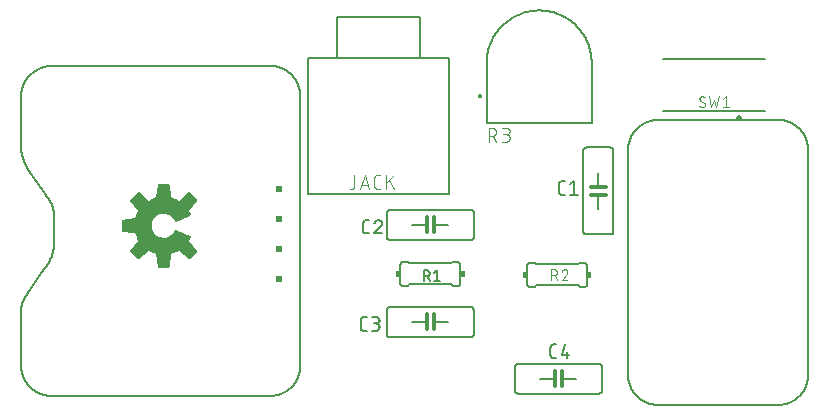
<source format=gbr>
G04 EAGLE Gerber RS-274X export*
G75*
%MOMM*%
%FSLAX34Y34*%
%LPD*%
%INSilkscreen Top*%
%IPPOS*%
%AMOC8*
5,1,8,0,0,1.08239X$1,22.5*%
G01*
%ADD10C,0.304800*%
%ADD11C,0.152400*%
%ADD12C,0.127000*%
%ADD13R,0.508000X0.508000*%
%ADD14C,0.200000*%
%ADD15C,0.101600*%
%ADD16R,0.381000X0.508000*%
%ADD17C,0.150000*%
%ADD18C,0.500000*%
%ADD19C,0.076200*%

G36*
X128594Y122898D02*
X128594Y122898D01*
X128701Y122912D01*
X128714Y122918D01*
X128727Y122920D01*
X128823Y122972D01*
X128921Y123019D01*
X128930Y123029D01*
X128942Y123035D01*
X129017Y123115D01*
X129094Y123191D01*
X129100Y123203D01*
X129109Y123214D01*
X129154Y123312D01*
X129203Y123409D01*
X129206Y123427D01*
X129210Y123436D01*
X129212Y123457D01*
X129232Y123554D01*
X130329Y134344D01*
X132396Y134943D01*
X132418Y134954D01*
X132474Y134971D01*
X134930Y135988D01*
X134951Y136001D01*
X135005Y136024D01*
X136891Y137062D01*
X145296Y130208D01*
X145390Y130154D01*
X145482Y130097D01*
X145496Y130094D01*
X145508Y130087D01*
X145614Y130066D01*
X145720Y130041D01*
X145734Y130043D01*
X145747Y130040D01*
X145855Y130055D01*
X145963Y130065D01*
X145975Y130071D01*
X145989Y130073D01*
X146086Y130121D01*
X146185Y130166D01*
X146199Y130177D01*
X146208Y130181D01*
X146223Y130197D01*
X146299Y130259D01*
X152331Y136291D01*
X152394Y136379D01*
X152461Y136465D01*
X152465Y136478D01*
X152473Y136490D01*
X152505Y136593D01*
X152540Y136696D01*
X152540Y136710D01*
X152544Y136723D01*
X152541Y136831D01*
X152541Y136940D01*
X152537Y136953D01*
X152536Y136967D01*
X152498Y137069D01*
X152464Y137171D01*
X152454Y137186D01*
X152451Y137195D01*
X152437Y137212D01*
X152382Y137294D01*
X145533Y145694D01*
X146265Y146981D01*
X146272Y147000D01*
X146294Y147036D01*
X147132Y148845D01*
X147143Y148883D01*
X147162Y148919D01*
X147175Y149000D01*
X147197Y149080D01*
X147195Y149120D01*
X147202Y149159D01*
X147188Y149241D01*
X147184Y149324D01*
X147169Y149361D01*
X147162Y149400D01*
X147123Y149473D01*
X147092Y149550D01*
X147066Y149580D01*
X147047Y149616D01*
X146987Y149672D01*
X146933Y149735D01*
X146899Y149755D01*
X146869Y149783D01*
X146739Y149852D01*
X134613Y154875D01*
X134502Y154901D01*
X134390Y154930D01*
X134383Y154929D01*
X134376Y154931D01*
X134262Y154919D01*
X134147Y154910D01*
X134140Y154908D01*
X134133Y154907D01*
X134028Y154859D01*
X133923Y154814D01*
X133917Y154809D01*
X133910Y154806D01*
X133827Y154728D01*
X133741Y154651D01*
X133736Y154643D01*
X133732Y154639D01*
X133725Y154626D01*
X133661Y154527D01*
X132846Y152949D01*
X131816Y151581D01*
X130572Y150405D01*
X129149Y149454D01*
X127586Y148754D01*
X125928Y148327D01*
X124225Y148183D01*
X122320Y148363D01*
X120485Y148894D01*
X118782Y149758D01*
X117270Y150925D01*
X116002Y152354D01*
X115024Y153994D01*
X114369Y155789D01*
X114060Y157674D01*
X114109Y159583D01*
X114513Y161450D01*
X115259Y163208D01*
X116321Y164796D01*
X117660Y166159D01*
X119229Y167247D01*
X120975Y168023D01*
X122834Y168459D01*
X124743Y168541D01*
X126633Y168265D01*
X128438Y167640D01*
X130095Y166690D01*
X131545Y165447D01*
X132738Y163955D01*
X133664Y162205D01*
X133732Y162116D01*
X133736Y162110D01*
X133744Y162097D01*
X133747Y162095D01*
X133796Y162026D01*
X133805Y162019D01*
X133812Y162010D01*
X133905Y161948D01*
X133995Y161883D01*
X134005Y161880D01*
X134014Y161874D01*
X134122Y161845D01*
X134228Y161812D01*
X134239Y161813D01*
X134250Y161810D01*
X134361Y161816D01*
X134472Y161820D01*
X134485Y161824D01*
X134493Y161825D01*
X134511Y161832D01*
X134613Y161863D01*
X146739Y166886D01*
X146773Y166907D01*
X146811Y166920D01*
X146876Y166971D01*
X146946Y167015D01*
X146972Y167046D01*
X147003Y167070D01*
X147049Y167139D01*
X147101Y167203D01*
X147115Y167241D01*
X147137Y167274D01*
X147158Y167354D01*
X147187Y167432D01*
X147189Y167472D01*
X147199Y167510D01*
X147193Y167593D01*
X147195Y167675D01*
X147184Y167714D01*
X147181Y167754D01*
X147132Y167893D01*
X146294Y169702D01*
X146283Y169718D01*
X146265Y169757D01*
X145533Y171044D01*
X152382Y179444D01*
X152436Y179538D01*
X152494Y179630D01*
X152497Y179643D01*
X152504Y179655D01*
X152524Y179762D01*
X152549Y179867D01*
X152548Y179881D01*
X152550Y179895D01*
X152536Y180002D01*
X152525Y180110D01*
X152520Y180123D01*
X152518Y180137D01*
X152470Y180234D01*
X152425Y180333D01*
X152414Y180346D01*
X152409Y180355D01*
X152394Y180370D01*
X152331Y180447D01*
X146299Y186479D01*
X146211Y186542D01*
X146125Y186608D01*
X146112Y186613D01*
X146101Y186621D01*
X145998Y186652D01*
X145895Y186688D01*
X145881Y186688D01*
X145867Y186692D01*
X145759Y186688D01*
X145651Y186689D01*
X145637Y186684D01*
X145624Y186684D01*
X145522Y186646D01*
X145419Y186611D01*
X145404Y186602D01*
X145395Y186598D01*
X145378Y186584D01*
X145296Y186530D01*
X136891Y179676D01*
X135005Y180714D01*
X134983Y180722D01*
X134930Y180750D01*
X132474Y181767D01*
X132451Y181773D01*
X132396Y181795D01*
X130329Y182394D01*
X129232Y193184D01*
X129204Y193288D01*
X129179Y193394D01*
X129172Y193406D01*
X129168Y193419D01*
X129108Y193509D01*
X129050Y193602D01*
X129040Y193610D01*
X129032Y193622D01*
X128946Y193688D01*
X128862Y193757D01*
X128849Y193761D01*
X128838Y193770D01*
X128735Y193804D01*
X128633Y193843D01*
X128616Y193844D01*
X128607Y193848D01*
X128585Y193848D01*
X128487Y193857D01*
X119957Y193857D01*
X119849Y193840D01*
X119742Y193826D01*
X119729Y193820D01*
X119716Y193818D01*
X119620Y193766D01*
X119523Y193719D01*
X119513Y193709D01*
X119501Y193703D01*
X119426Y193623D01*
X119349Y193547D01*
X119343Y193535D01*
X119334Y193525D01*
X119289Y193426D01*
X119240Y193329D01*
X119237Y193311D01*
X119233Y193302D01*
X119231Y193281D01*
X119211Y193184D01*
X118114Y182394D01*
X116047Y181795D01*
X116025Y181784D01*
X115969Y181767D01*
X113513Y180750D01*
X113492Y180737D01*
X113438Y180714D01*
X111552Y179676D01*
X103147Y186530D01*
X103053Y186584D01*
X102961Y186641D01*
X102947Y186644D01*
X102935Y186651D01*
X102829Y186672D01*
X102723Y186697D01*
X102709Y186695D01*
X102696Y186698D01*
X102588Y186683D01*
X102480Y186673D01*
X102468Y186667D01*
X102454Y186665D01*
X102357Y186617D01*
X102258Y186572D01*
X102244Y186561D01*
X102235Y186557D01*
X102220Y186541D01*
X102144Y186479D01*
X96112Y180447D01*
X96049Y180359D01*
X95982Y180273D01*
X95978Y180260D01*
X95970Y180248D01*
X95938Y180145D01*
X95903Y180042D01*
X95903Y180028D01*
X95899Y180015D01*
X95902Y179907D01*
X95902Y179798D01*
X95906Y179785D01*
X95907Y179771D01*
X95945Y179669D01*
X95979Y179567D01*
X95989Y179552D01*
X95992Y179543D01*
X96006Y179526D01*
X96061Y179444D01*
X102914Y171038D01*
X101876Y169152D01*
X101868Y169130D01*
X101840Y169078D01*
X100823Y166622D01*
X100818Y166599D01*
X100796Y166544D01*
X100197Y164476D01*
X89407Y163379D01*
X89302Y163351D01*
X89196Y163326D01*
X89185Y163319D01*
X89171Y163316D01*
X89081Y163255D01*
X88989Y163198D01*
X88980Y163187D01*
X88969Y163179D01*
X88903Y163093D01*
X88834Y163009D01*
X88829Y162996D01*
X88821Y162985D01*
X88786Y162882D01*
X88748Y162781D01*
X88746Y162763D01*
X88743Y162754D01*
X88743Y162732D01*
X88733Y162634D01*
X88733Y154104D01*
X88751Y153997D01*
X88765Y153889D01*
X88771Y153877D01*
X88773Y153863D01*
X88824Y153767D01*
X88872Y153670D01*
X88881Y153660D01*
X88888Y153648D01*
X88967Y153574D01*
X89044Y153497D01*
X89056Y153491D01*
X89066Y153481D01*
X89165Y153436D01*
X89262Y153388D01*
X89279Y153384D01*
X89288Y153380D01*
X89310Y153378D01*
X89407Y153359D01*
X100197Y152262D01*
X100796Y150194D01*
X100806Y150173D01*
X100823Y150116D01*
X101361Y148818D01*
X101840Y147660D01*
X101853Y147640D01*
X101876Y147586D01*
X102914Y145700D01*
X96061Y137294D01*
X96007Y137200D01*
X95950Y137108D01*
X95946Y137095D01*
X95939Y137083D01*
X95919Y136976D01*
X95894Y136871D01*
X95895Y136857D01*
X95893Y136843D01*
X95907Y136736D01*
X95918Y136628D01*
X95923Y136615D01*
X95925Y136602D01*
X95973Y136504D01*
X96018Y136405D01*
X96029Y136392D01*
X96034Y136383D01*
X96049Y136368D01*
X96112Y136291D01*
X102144Y130259D01*
X102232Y130196D01*
X102318Y130130D01*
X102331Y130125D01*
X102342Y130117D01*
X102446Y130086D01*
X102548Y130050D01*
X102562Y130050D01*
X102576Y130046D01*
X102684Y130050D01*
X102792Y130049D01*
X102806Y130054D01*
X102819Y130054D01*
X102921Y130092D01*
X103024Y130127D01*
X103039Y130136D01*
X103048Y130140D01*
X103065Y130154D01*
X103147Y130208D01*
X111552Y137062D01*
X113438Y136024D01*
X113460Y136016D01*
X113513Y135988D01*
X115969Y134971D01*
X115992Y134965D01*
X116047Y134943D01*
X118114Y134344D01*
X119211Y123554D01*
X119239Y123450D01*
X119264Y123344D01*
X119271Y123332D01*
X119275Y123319D01*
X119335Y123229D01*
X119393Y123136D01*
X119403Y123128D01*
X119411Y123116D01*
X119497Y123050D01*
X119581Y122982D01*
X119594Y122977D01*
X119605Y122968D01*
X119708Y122934D01*
X119810Y122895D01*
X119827Y122894D01*
X119836Y122890D01*
X119858Y122891D01*
X119957Y122881D01*
X128487Y122881D01*
X128594Y122898D01*
G37*
D10*
X485927Y184701D02*
X492277Y184701D01*
X498627Y184701D01*
D11*
X492277Y184701D02*
X492277Y172509D01*
D10*
X492277Y191051D02*
X485927Y191051D01*
X492277Y191051D02*
X498627Y191051D01*
D11*
X492277Y191051D02*
X492277Y202989D01*
X482117Y150919D02*
X502437Y150919D01*
X504977Y153459D02*
X504977Y222039D01*
X502437Y224579D02*
X482117Y224579D01*
X479577Y222039D02*
X479577Y153459D01*
X479577Y222039D02*
X479579Y222139D01*
X479585Y222238D01*
X479595Y222338D01*
X479608Y222436D01*
X479626Y222535D01*
X479647Y222632D01*
X479672Y222728D01*
X479701Y222824D01*
X479734Y222918D01*
X479770Y223011D01*
X479810Y223102D01*
X479854Y223192D01*
X479901Y223280D01*
X479951Y223366D01*
X480005Y223450D01*
X480062Y223532D01*
X480122Y223611D01*
X480186Y223689D01*
X480252Y223763D01*
X480321Y223835D01*
X480393Y223904D01*
X480467Y223970D01*
X480545Y224034D01*
X480624Y224094D01*
X480706Y224151D01*
X480790Y224205D01*
X480876Y224255D01*
X480964Y224302D01*
X481054Y224346D01*
X481145Y224386D01*
X481238Y224422D01*
X481332Y224455D01*
X481428Y224484D01*
X481524Y224509D01*
X481621Y224530D01*
X481720Y224548D01*
X481818Y224561D01*
X481918Y224571D01*
X482017Y224577D01*
X482117Y224579D01*
X502437Y224579D02*
X502537Y224577D01*
X502636Y224571D01*
X502736Y224561D01*
X502834Y224548D01*
X502933Y224530D01*
X503030Y224509D01*
X503126Y224484D01*
X503222Y224455D01*
X503316Y224422D01*
X503409Y224386D01*
X503500Y224346D01*
X503590Y224302D01*
X503678Y224255D01*
X503764Y224205D01*
X503848Y224151D01*
X503930Y224094D01*
X504009Y224034D01*
X504087Y223970D01*
X504161Y223904D01*
X504233Y223835D01*
X504302Y223763D01*
X504368Y223689D01*
X504432Y223611D01*
X504492Y223532D01*
X504549Y223450D01*
X504603Y223366D01*
X504653Y223280D01*
X504700Y223192D01*
X504744Y223102D01*
X504784Y223011D01*
X504820Y222918D01*
X504853Y222824D01*
X504882Y222728D01*
X504907Y222632D01*
X504928Y222535D01*
X504946Y222436D01*
X504959Y222338D01*
X504969Y222238D01*
X504975Y222139D01*
X504977Y222039D01*
X504977Y153459D02*
X504975Y153359D01*
X504969Y153260D01*
X504959Y153160D01*
X504946Y153062D01*
X504928Y152963D01*
X504907Y152866D01*
X504882Y152770D01*
X504853Y152674D01*
X504820Y152580D01*
X504784Y152487D01*
X504744Y152396D01*
X504700Y152306D01*
X504653Y152218D01*
X504603Y152132D01*
X504549Y152048D01*
X504492Y151966D01*
X504432Y151887D01*
X504368Y151809D01*
X504302Y151735D01*
X504233Y151663D01*
X504161Y151594D01*
X504087Y151528D01*
X504009Y151464D01*
X503930Y151404D01*
X503848Y151347D01*
X503764Y151293D01*
X503678Y151243D01*
X503590Y151196D01*
X503500Y151152D01*
X503409Y151112D01*
X503316Y151076D01*
X503222Y151043D01*
X503126Y151014D01*
X503030Y150989D01*
X502933Y150968D01*
X502834Y150950D01*
X502736Y150937D01*
X502636Y150927D01*
X502537Y150921D01*
X502437Y150919D01*
X482117Y150919D02*
X482017Y150921D01*
X481918Y150927D01*
X481818Y150937D01*
X481720Y150950D01*
X481621Y150968D01*
X481524Y150989D01*
X481428Y151014D01*
X481332Y151043D01*
X481238Y151076D01*
X481145Y151112D01*
X481054Y151152D01*
X480964Y151196D01*
X480876Y151243D01*
X480790Y151293D01*
X480706Y151347D01*
X480624Y151404D01*
X480545Y151464D01*
X480467Y151528D01*
X480393Y151594D01*
X480321Y151663D01*
X480252Y151735D01*
X480186Y151809D01*
X480122Y151887D01*
X480062Y151966D01*
X480005Y152048D01*
X479951Y152132D01*
X479901Y152218D01*
X479854Y152306D01*
X479810Y152396D01*
X479770Y152487D01*
X479734Y152580D01*
X479701Y152674D01*
X479672Y152770D01*
X479647Y152866D01*
X479626Y152963D01*
X479608Y153062D01*
X479595Y153160D01*
X479585Y153260D01*
X479579Y153359D01*
X479577Y153459D01*
D12*
X464020Y184656D02*
X461480Y184656D01*
X461380Y184658D01*
X461281Y184664D01*
X461181Y184674D01*
X461083Y184687D01*
X460984Y184705D01*
X460887Y184726D01*
X460791Y184751D01*
X460695Y184780D01*
X460601Y184813D01*
X460508Y184849D01*
X460417Y184889D01*
X460327Y184933D01*
X460239Y184980D01*
X460153Y185030D01*
X460069Y185084D01*
X459987Y185141D01*
X459908Y185201D01*
X459830Y185265D01*
X459756Y185331D01*
X459684Y185400D01*
X459615Y185472D01*
X459549Y185546D01*
X459485Y185624D01*
X459425Y185703D01*
X459368Y185785D01*
X459314Y185869D01*
X459264Y185955D01*
X459217Y186043D01*
X459173Y186133D01*
X459133Y186224D01*
X459097Y186317D01*
X459064Y186411D01*
X459035Y186507D01*
X459010Y186603D01*
X458989Y186700D01*
X458971Y186799D01*
X458958Y186897D01*
X458948Y186997D01*
X458942Y187096D01*
X458940Y187196D01*
X458940Y193546D01*
X458942Y193646D01*
X458948Y193745D01*
X458958Y193845D01*
X458971Y193943D01*
X458989Y194042D01*
X459010Y194139D01*
X459035Y194235D01*
X459064Y194331D01*
X459097Y194425D01*
X459133Y194518D01*
X459173Y194609D01*
X459217Y194699D01*
X459264Y194787D01*
X459314Y194873D01*
X459368Y194957D01*
X459425Y195039D01*
X459485Y195118D01*
X459549Y195196D01*
X459615Y195270D01*
X459684Y195342D01*
X459756Y195411D01*
X459830Y195477D01*
X459908Y195541D01*
X459987Y195601D01*
X460069Y195658D01*
X460153Y195712D01*
X460239Y195762D01*
X460327Y195809D01*
X460417Y195853D01*
X460508Y195893D01*
X460601Y195929D01*
X460695Y195962D01*
X460791Y195991D01*
X460887Y196016D01*
X460984Y196037D01*
X461083Y196055D01*
X461181Y196068D01*
X461281Y196078D01*
X461380Y196084D01*
X461480Y196086D01*
X464020Y196086D01*
X468502Y193546D02*
X471677Y196086D01*
X471677Y184656D01*
X468502Y184656D02*
X474852Y184656D01*
D10*
X346952Y165486D02*
X346952Y159136D01*
X346952Y152786D01*
D11*
X346952Y159136D02*
X334760Y159136D01*
D10*
X353302Y159136D02*
X353302Y165486D01*
X353302Y159136D02*
X353302Y152786D01*
D11*
X353302Y159136D02*
X365240Y159136D01*
X313170Y169296D02*
X313170Y148976D01*
X315710Y146436D02*
X384290Y146436D01*
X386830Y148976D02*
X386830Y169296D01*
X384290Y171836D02*
X315710Y171836D01*
X384290Y171836D02*
X384390Y171834D01*
X384489Y171828D01*
X384589Y171818D01*
X384687Y171805D01*
X384786Y171787D01*
X384883Y171766D01*
X384979Y171741D01*
X385075Y171712D01*
X385169Y171679D01*
X385262Y171643D01*
X385353Y171603D01*
X385443Y171559D01*
X385531Y171512D01*
X385617Y171462D01*
X385701Y171408D01*
X385783Y171351D01*
X385862Y171291D01*
X385940Y171227D01*
X386014Y171161D01*
X386086Y171092D01*
X386155Y171020D01*
X386221Y170946D01*
X386285Y170868D01*
X386345Y170789D01*
X386402Y170707D01*
X386456Y170623D01*
X386506Y170537D01*
X386553Y170449D01*
X386597Y170359D01*
X386637Y170268D01*
X386673Y170175D01*
X386706Y170081D01*
X386735Y169985D01*
X386760Y169889D01*
X386781Y169792D01*
X386799Y169693D01*
X386812Y169595D01*
X386822Y169495D01*
X386828Y169396D01*
X386830Y169296D01*
X386830Y148976D02*
X386828Y148876D01*
X386822Y148777D01*
X386812Y148677D01*
X386799Y148579D01*
X386781Y148480D01*
X386760Y148383D01*
X386735Y148287D01*
X386706Y148191D01*
X386673Y148097D01*
X386637Y148004D01*
X386597Y147913D01*
X386553Y147823D01*
X386506Y147735D01*
X386456Y147649D01*
X386402Y147565D01*
X386345Y147483D01*
X386285Y147404D01*
X386221Y147326D01*
X386155Y147252D01*
X386086Y147180D01*
X386014Y147111D01*
X385940Y147045D01*
X385862Y146981D01*
X385783Y146921D01*
X385701Y146864D01*
X385617Y146810D01*
X385531Y146760D01*
X385443Y146713D01*
X385353Y146669D01*
X385262Y146629D01*
X385169Y146593D01*
X385075Y146560D01*
X384979Y146531D01*
X384883Y146506D01*
X384786Y146485D01*
X384687Y146467D01*
X384589Y146454D01*
X384489Y146444D01*
X384390Y146438D01*
X384290Y146436D01*
X315710Y146436D02*
X315610Y146438D01*
X315511Y146444D01*
X315411Y146454D01*
X315313Y146467D01*
X315214Y146485D01*
X315117Y146506D01*
X315021Y146531D01*
X314925Y146560D01*
X314831Y146593D01*
X314738Y146629D01*
X314647Y146669D01*
X314557Y146713D01*
X314469Y146760D01*
X314383Y146810D01*
X314299Y146864D01*
X314217Y146921D01*
X314138Y146981D01*
X314060Y147045D01*
X313986Y147111D01*
X313914Y147180D01*
X313845Y147252D01*
X313779Y147326D01*
X313715Y147404D01*
X313655Y147483D01*
X313598Y147565D01*
X313544Y147649D01*
X313494Y147735D01*
X313447Y147823D01*
X313403Y147913D01*
X313363Y148004D01*
X313327Y148097D01*
X313294Y148191D01*
X313265Y148287D01*
X313240Y148383D01*
X313219Y148480D01*
X313201Y148579D01*
X313188Y148677D01*
X313178Y148777D01*
X313172Y148876D01*
X313170Y148976D01*
X313170Y169296D02*
X313172Y169396D01*
X313178Y169495D01*
X313188Y169595D01*
X313201Y169693D01*
X313219Y169792D01*
X313240Y169889D01*
X313265Y169985D01*
X313294Y170081D01*
X313327Y170175D01*
X313363Y170268D01*
X313403Y170359D01*
X313447Y170449D01*
X313494Y170537D01*
X313544Y170623D01*
X313598Y170707D01*
X313655Y170789D01*
X313715Y170868D01*
X313779Y170946D01*
X313845Y171020D01*
X313914Y171092D01*
X313986Y171161D01*
X314060Y171227D01*
X314138Y171291D01*
X314217Y171351D01*
X314299Y171408D01*
X314383Y171462D01*
X314469Y171512D01*
X314557Y171559D01*
X314647Y171603D01*
X314738Y171643D01*
X314831Y171679D01*
X314925Y171712D01*
X315021Y171741D01*
X315117Y171766D01*
X315214Y171787D01*
X315313Y171805D01*
X315411Y171818D01*
X315511Y171828D01*
X315610Y171834D01*
X315710Y171836D01*
D12*
X298287Y151787D02*
X295747Y151787D01*
X295647Y151789D01*
X295548Y151795D01*
X295448Y151805D01*
X295350Y151818D01*
X295251Y151836D01*
X295154Y151857D01*
X295058Y151882D01*
X294962Y151911D01*
X294868Y151944D01*
X294775Y151980D01*
X294684Y152020D01*
X294594Y152064D01*
X294506Y152111D01*
X294420Y152161D01*
X294336Y152215D01*
X294254Y152272D01*
X294175Y152332D01*
X294097Y152396D01*
X294023Y152462D01*
X293951Y152531D01*
X293882Y152603D01*
X293816Y152677D01*
X293752Y152755D01*
X293692Y152834D01*
X293635Y152916D01*
X293581Y153000D01*
X293531Y153086D01*
X293484Y153174D01*
X293440Y153264D01*
X293400Y153355D01*
X293364Y153448D01*
X293331Y153542D01*
X293302Y153638D01*
X293277Y153734D01*
X293256Y153831D01*
X293238Y153930D01*
X293225Y154028D01*
X293215Y154128D01*
X293209Y154227D01*
X293207Y154327D01*
X293207Y160677D01*
X293209Y160777D01*
X293215Y160876D01*
X293225Y160976D01*
X293238Y161074D01*
X293256Y161173D01*
X293277Y161270D01*
X293302Y161366D01*
X293331Y161462D01*
X293364Y161556D01*
X293400Y161649D01*
X293440Y161740D01*
X293484Y161830D01*
X293531Y161918D01*
X293581Y162004D01*
X293635Y162088D01*
X293692Y162170D01*
X293752Y162249D01*
X293816Y162327D01*
X293882Y162401D01*
X293951Y162473D01*
X294023Y162542D01*
X294097Y162608D01*
X294175Y162672D01*
X294254Y162732D01*
X294336Y162789D01*
X294420Y162843D01*
X294506Y162893D01*
X294594Y162940D01*
X294684Y162984D01*
X294775Y163024D01*
X294868Y163060D01*
X294962Y163093D01*
X295058Y163122D01*
X295154Y163147D01*
X295251Y163168D01*
X295350Y163186D01*
X295448Y163199D01*
X295548Y163209D01*
X295647Y163215D01*
X295747Y163217D01*
X298287Y163217D01*
X306262Y163218D02*
X306366Y163216D01*
X306471Y163210D01*
X306575Y163201D01*
X306678Y163188D01*
X306781Y163170D01*
X306883Y163150D01*
X306985Y163125D01*
X307085Y163097D01*
X307185Y163065D01*
X307283Y163029D01*
X307380Y162990D01*
X307475Y162948D01*
X307569Y162902D01*
X307661Y162852D01*
X307751Y162800D01*
X307839Y162744D01*
X307925Y162684D01*
X308009Y162622D01*
X308090Y162557D01*
X308169Y162489D01*
X308246Y162417D01*
X308319Y162344D01*
X308391Y162267D01*
X308459Y162188D01*
X308524Y162107D01*
X308586Y162023D01*
X308646Y161937D01*
X308702Y161849D01*
X308754Y161759D01*
X308804Y161667D01*
X308850Y161573D01*
X308892Y161478D01*
X308931Y161381D01*
X308967Y161283D01*
X308999Y161183D01*
X309027Y161083D01*
X309052Y160981D01*
X309072Y160879D01*
X309090Y160776D01*
X309103Y160673D01*
X309112Y160569D01*
X309118Y160464D01*
X309120Y160360D01*
X306262Y163217D02*
X306144Y163215D01*
X306025Y163209D01*
X305907Y163200D01*
X305790Y163187D01*
X305673Y163169D01*
X305556Y163149D01*
X305440Y163124D01*
X305325Y163096D01*
X305212Y163063D01*
X305099Y163028D01*
X304987Y162988D01*
X304877Y162946D01*
X304768Y162899D01*
X304660Y162849D01*
X304555Y162796D01*
X304451Y162739D01*
X304349Y162679D01*
X304249Y162616D01*
X304151Y162549D01*
X304055Y162480D01*
X303962Y162407D01*
X303871Y162331D01*
X303782Y162253D01*
X303696Y162171D01*
X303613Y162087D01*
X303532Y162001D01*
X303455Y161911D01*
X303380Y161820D01*
X303308Y161726D01*
X303239Y161629D01*
X303174Y161531D01*
X303111Y161430D01*
X303052Y161327D01*
X302996Y161223D01*
X302944Y161117D01*
X302895Y161009D01*
X302850Y160900D01*
X302808Y160789D01*
X302770Y160677D01*
X308167Y158138D02*
X308243Y158213D01*
X308318Y158292D01*
X308389Y158373D01*
X308458Y158457D01*
X308523Y158543D01*
X308585Y158631D01*
X308645Y158721D01*
X308701Y158813D01*
X308754Y158908D01*
X308803Y159004D01*
X308849Y159102D01*
X308892Y159201D01*
X308931Y159302D01*
X308966Y159404D01*
X308998Y159507D01*
X309026Y159611D01*
X309051Y159716D01*
X309072Y159823D01*
X309089Y159929D01*
X309102Y160036D01*
X309111Y160144D01*
X309117Y160252D01*
X309119Y160360D01*
X308167Y158137D02*
X302769Y151787D01*
X309119Y151787D01*
D10*
X346963Y83245D02*
X346952Y76895D01*
X346941Y70545D01*
D11*
X346952Y76895D02*
X334760Y76917D01*
D10*
X353302Y76884D02*
X353313Y83234D01*
X353302Y76884D02*
X353291Y70534D01*
D11*
X353302Y76884D02*
X365240Y76863D01*
X313188Y87114D02*
X313152Y66794D01*
X315688Y64250D02*
X384268Y64130D01*
X386812Y66666D02*
X386848Y86986D01*
X384312Y89530D02*
X315732Y89650D01*
X384312Y89530D02*
X384412Y89528D01*
X384512Y89522D01*
X384611Y89512D01*
X384710Y89498D01*
X384808Y89480D01*
X384905Y89459D01*
X385002Y89433D01*
X385097Y89404D01*
X385191Y89371D01*
X385284Y89335D01*
X385375Y89295D01*
X385465Y89251D01*
X385553Y89204D01*
X385639Y89153D01*
X385723Y89099D01*
X385805Y89042D01*
X385884Y88982D01*
X385961Y88919D01*
X386035Y88852D01*
X386107Y88783D01*
X386176Y88711D01*
X386242Y88636D01*
X386305Y88559D01*
X386366Y88479D01*
X386422Y88397D01*
X386476Y88313D01*
X386526Y88227D01*
X386573Y88139D01*
X386617Y88049D01*
X386656Y87958D01*
X386693Y87865D01*
X386725Y87771D01*
X386754Y87675D01*
X386779Y87579D01*
X386800Y87481D01*
X386817Y87383D01*
X386831Y87284D01*
X386841Y87185D01*
X386846Y87085D01*
X386848Y86986D01*
X386812Y66666D02*
X386810Y66566D01*
X386804Y66466D01*
X386794Y66367D01*
X386780Y66268D01*
X386762Y66170D01*
X386741Y66073D01*
X386715Y65976D01*
X386686Y65881D01*
X386653Y65787D01*
X386617Y65694D01*
X386577Y65603D01*
X386533Y65513D01*
X386486Y65425D01*
X386435Y65339D01*
X386381Y65255D01*
X386324Y65173D01*
X386264Y65094D01*
X386201Y65017D01*
X386134Y64943D01*
X386065Y64871D01*
X385993Y64802D01*
X385918Y64736D01*
X385841Y64673D01*
X385761Y64613D01*
X385679Y64556D01*
X385595Y64502D01*
X385509Y64452D01*
X385421Y64405D01*
X385331Y64361D01*
X385240Y64322D01*
X385147Y64285D01*
X385053Y64253D01*
X384957Y64224D01*
X384861Y64199D01*
X384763Y64178D01*
X384665Y64161D01*
X384566Y64147D01*
X384467Y64137D01*
X384367Y64132D01*
X384268Y64130D01*
X315688Y64250D02*
X315588Y64252D01*
X315488Y64258D01*
X315389Y64268D01*
X315290Y64282D01*
X315192Y64300D01*
X315095Y64321D01*
X314998Y64347D01*
X314903Y64376D01*
X314809Y64409D01*
X314716Y64445D01*
X314625Y64485D01*
X314535Y64529D01*
X314447Y64576D01*
X314361Y64627D01*
X314277Y64681D01*
X314195Y64738D01*
X314116Y64798D01*
X314039Y64861D01*
X313965Y64928D01*
X313893Y64997D01*
X313824Y65069D01*
X313758Y65144D01*
X313695Y65221D01*
X313634Y65301D01*
X313578Y65383D01*
X313524Y65467D01*
X313474Y65553D01*
X313427Y65641D01*
X313383Y65731D01*
X313344Y65822D01*
X313307Y65915D01*
X313275Y66009D01*
X313246Y66105D01*
X313221Y66201D01*
X313200Y66299D01*
X313183Y66397D01*
X313169Y66496D01*
X313159Y66595D01*
X313154Y66695D01*
X313152Y66794D01*
X313188Y87114D02*
X313190Y87214D01*
X313196Y87314D01*
X313206Y87413D01*
X313220Y87512D01*
X313238Y87610D01*
X313259Y87707D01*
X313285Y87804D01*
X313314Y87899D01*
X313347Y87993D01*
X313383Y88086D01*
X313423Y88177D01*
X313467Y88267D01*
X313514Y88355D01*
X313565Y88441D01*
X313619Y88525D01*
X313676Y88607D01*
X313736Y88686D01*
X313799Y88763D01*
X313866Y88837D01*
X313935Y88909D01*
X314007Y88978D01*
X314082Y89044D01*
X314159Y89107D01*
X314239Y89167D01*
X314321Y89224D01*
X314405Y89278D01*
X314491Y89328D01*
X314579Y89375D01*
X314669Y89419D01*
X314760Y89458D01*
X314853Y89495D01*
X314947Y89527D01*
X315043Y89556D01*
X315139Y89581D01*
X315237Y89602D01*
X315335Y89619D01*
X315434Y89633D01*
X315533Y89643D01*
X315633Y89648D01*
X315732Y89650D01*
D12*
X296205Y69497D02*
X293665Y69502D01*
X293565Y69504D01*
X293465Y69510D01*
X293366Y69520D01*
X293267Y69534D01*
X293169Y69552D01*
X293072Y69573D01*
X292975Y69599D01*
X292880Y69628D01*
X292786Y69661D01*
X292693Y69697D01*
X292602Y69737D01*
X292512Y69781D01*
X292424Y69828D01*
X292338Y69879D01*
X292254Y69933D01*
X292172Y69990D01*
X292093Y70050D01*
X292016Y70113D01*
X291942Y70180D01*
X291870Y70249D01*
X291801Y70321D01*
X291735Y70396D01*
X291672Y70473D01*
X291611Y70553D01*
X291555Y70635D01*
X291501Y70719D01*
X291451Y70805D01*
X291404Y70893D01*
X291360Y70983D01*
X291321Y71074D01*
X291284Y71167D01*
X291252Y71261D01*
X291223Y71357D01*
X291198Y71453D01*
X291177Y71551D01*
X291160Y71649D01*
X291146Y71748D01*
X291136Y71847D01*
X291131Y71947D01*
X291129Y72046D01*
X291140Y78396D01*
X291142Y78496D01*
X291148Y78596D01*
X291158Y78695D01*
X291172Y78794D01*
X291190Y78892D01*
X291211Y78989D01*
X291237Y79086D01*
X291266Y79181D01*
X291299Y79275D01*
X291335Y79368D01*
X291375Y79459D01*
X291419Y79549D01*
X291466Y79637D01*
X291517Y79723D01*
X291571Y79807D01*
X291628Y79889D01*
X291688Y79968D01*
X291751Y80045D01*
X291818Y80119D01*
X291887Y80191D01*
X291959Y80260D01*
X292034Y80326D01*
X292111Y80389D01*
X292191Y80450D01*
X292273Y80506D01*
X292357Y80560D01*
X292443Y80610D01*
X292531Y80657D01*
X292621Y80701D01*
X292712Y80740D01*
X292805Y80777D01*
X292899Y80809D01*
X292995Y80838D01*
X293091Y80863D01*
X293189Y80884D01*
X293287Y80901D01*
X293386Y80915D01*
X293485Y80925D01*
X293585Y80930D01*
X293684Y80932D01*
X293685Y80932D02*
X296225Y80927D01*
X300687Y69489D02*
X303862Y69484D01*
X303861Y69484D02*
X303972Y69486D01*
X304083Y69491D01*
X304193Y69501D01*
X304303Y69514D01*
X304413Y69531D01*
X304522Y69552D01*
X304630Y69577D01*
X304737Y69605D01*
X304843Y69638D01*
X304948Y69674D01*
X305051Y69713D01*
X305153Y69756D01*
X305254Y69803D01*
X305353Y69853D01*
X305450Y69907D01*
X305545Y69964D01*
X305638Y70024D01*
X305729Y70087D01*
X305817Y70154D01*
X305904Y70223D01*
X305987Y70296D01*
X306069Y70371D01*
X306147Y70449D01*
X306223Y70530D01*
X306296Y70614D01*
X306366Y70700D01*
X306432Y70788D01*
X306496Y70879D01*
X306557Y70972D01*
X306614Y71067D01*
X306668Y71164D01*
X306718Y71262D01*
X306765Y71363D01*
X306809Y71464D01*
X306849Y71568D01*
X306885Y71673D01*
X306917Y71779D01*
X306946Y71886D01*
X306971Y71993D01*
X306993Y72102D01*
X307010Y72212D01*
X307024Y72322D01*
X307034Y72432D01*
X307040Y72543D01*
X307042Y72653D01*
X307040Y72764D01*
X307035Y72875D01*
X307025Y72985D01*
X307012Y73095D01*
X306995Y73205D01*
X306974Y73314D01*
X306949Y73422D01*
X306921Y73529D01*
X306888Y73635D01*
X306852Y73740D01*
X306813Y73843D01*
X306770Y73945D01*
X306723Y74046D01*
X306673Y74145D01*
X306619Y74242D01*
X306562Y74337D01*
X306502Y74430D01*
X306439Y74521D01*
X306372Y74609D01*
X306303Y74696D01*
X306230Y74779D01*
X306155Y74861D01*
X306077Y74939D01*
X305996Y75015D01*
X305912Y75088D01*
X305826Y75158D01*
X305738Y75224D01*
X305647Y75288D01*
X305554Y75349D01*
X305459Y75406D01*
X305362Y75460D01*
X305264Y75510D01*
X305163Y75557D01*
X305062Y75601D01*
X304958Y75641D01*
X304853Y75677D01*
X304747Y75709D01*
X304640Y75738D01*
X304533Y75763D01*
X304424Y75785D01*
X304314Y75802D01*
X304204Y75816D01*
X304094Y75826D01*
X303983Y75832D01*
X303873Y75834D01*
X304517Y80913D02*
X300707Y80919D01*
X304516Y80913D02*
X304616Y80911D01*
X304716Y80905D01*
X304815Y80895D01*
X304914Y80881D01*
X305012Y80863D01*
X305109Y80842D01*
X305206Y80816D01*
X305301Y80787D01*
X305395Y80754D01*
X305488Y80718D01*
X305579Y80678D01*
X305669Y80634D01*
X305757Y80587D01*
X305843Y80536D01*
X305927Y80482D01*
X306009Y80425D01*
X306088Y80365D01*
X306165Y80302D01*
X306239Y80235D01*
X306311Y80166D01*
X306380Y80094D01*
X306446Y80019D01*
X306509Y79942D01*
X306570Y79862D01*
X306626Y79780D01*
X306680Y79696D01*
X306730Y79610D01*
X306777Y79522D01*
X306821Y79432D01*
X306860Y79341D01*
X306897Y79248D01*
X306929Y79154D01*
X306958Y79058D01*
X306983Y78962D01*
X307004Y78864D01*
X307021Y78766D01*
X307035Y78667D01*
X307045Y78568D01*
X307050Y78468D01*
X307052Y78369D01*
X307050Y78269D01*
X307044Y78169D01*
X307034Y78070D01*
X307020Y77971D01*
X307002Y77873D01*
X306981Y77776D01*
X306955Y77679D01*
X306926Y77584D01*
X306893Y77490D01*
X306857Y77397D01*
X306817Y77306D01*
X306773Y77216D01*
X306726Y77128D01*
X306675Y77042D01*
X306621Y76958D01*
X306564Y76876D01*
X306504Y76797D01*
X306441Y76720D01*
X306374Y76646D01*
X306305Y76574D01*
X306233Y76505D01*
X306158Y76439D01*
X306081Y76376D01*
X306001Y76315D01*
X305919Y76259D01*
X305835Y76205D01*
X305749Y76155D01*
X305661Y76108D01*
X305571Y76064D01*
X305480Y76025D01*
X305387Y75988D01*
X305293Y75956D01*
X305197Y75927D01*
X305101Y75902D01*
X305003Y75881D01*
X304905Y75864D01*
X304806Y75850D01*
X304707Y75840D01*
X304607Y75835D01*
X304508Y75833D01*
X301968Y75837D01*
D13*
X222012Y113301D03*
X222012Y138701D03*
X222012Y164101D03*
X222012Y189501D03*
D14*
X214392Y14241D02*
X30242Y14241D01*
X29613Y14233D01*
X28983Y14240D01*
X28354Y14263D01*
X27726Y14301D01*
X27099Y14354D01*
X26474Y14422D01*
X25850Y14505D01*
X25228Y14604D01*
X24609Y14717D01*
X23993Y14845D01*
X23380Y14988D01*
X22771Y15146D01*
X22166Y15319D01*
X21565Y15506D01*
X20969Y15707D01*
X20377Y15923D01*
X19792Y16153D01*
X19212Y16398D01*
X18638Y16656D01*
X18070Y16928D01*
X17509Y17213D01*
X16956Y17512D01*
X16409Y17825D01*
X15871Y18150D01*
X15340Y18489D01*
X14818Y18840D01*
X14304Y19203D01*
X13799Y19579D01*
X13304Y19967D01*
X12818Y20367D01*
X12342Y20779D01*
X11875Y21202D01*
X11420Y21636D01*
X10975Y22081D01*
X10540Y22536D01*
X10117Y23002D01*
X9706Y23478D01*
X9306Y23964D01*
X8917Y24459D01*
X8541Y24964D01*
X8177Y25477D01*
X7826Y25999D01*
X7487Y26530D01*
X7162Y27068D01*
X6849Y27615D01*
X6550Y28168D01*
X6264Y28729D01*
X5992Y29296D01*
X5733Y29870D01*
X5489Y30450D01*
X5258Y31036D01*
X5042Y31627D01*
X4840Y32223D01*
X4653Y32824D01*
X4480Y33429D01*
X4322Y34038D01*
X4179Y34651D01*
X4050Y35267D01*
X3937Y35886D01*
X3838Y36507D01*
X3755Y37131D01*
X3686Y37757D01*
X3633Y38384D01*
X3595Y39012D01*
X3572Y39641D01*
X3572Y83437D01*
X3538Y84031D01*
X3519Y84625D01*
X3514Y85220D01*
X3524Y85815D01*
X3547Y86409D01*
X3585Y87003D01*
X3637Y87595D01*
X3703Y88186D01*
X3784Y88775D01*
X3878Y89363D01*
X3987Y89947D01*
X4109Y90529D01*
X4245Y91108D01*
X4396Y91684D01*
X4560Y92256D01*
X4737Y92823D01*
X4928Y93386D01*
X5133Y93945D01*
X5351Y94498D01*
X5582Y95046D01*
X5826Y95589D01*
X6083Y96125D01*
X6353Y96655D01*
X6636Y97178D01*
X6931Y97695D01*
X7238Y98204D01*
X7557Y98706D01*
X7889Y99200D01*
X8232Y99686D01*
X8586Y100163D01*
X22687Y121358D01*
X23222Y121954D01*
X23743Y122562D01*
X24250Y123183D01*
X24741Y123816D01*
X25217Y124461D01*
X25678Y125117D01*
X26122Y125783D01*
X26551Y126460D01*
X26963Y127147D01*
X27358Y127844D01*
X27737Y128550D01*
X28099Y129265D01*
X28443Y129989D01*
X28770Y130720D01*
X29080Y131459D01*
X29372Y132206D01*
X29645Y132959D01*
X29901Y133718D01*
X30138Y134483D01*
X30357Y135254D01*
X30557Y136030D01*
X30739Y136810D01*
X30902Y137595D01*
X31046Y138383D01*
X31171Y139174D01*
X31278Y139969D01*
X31365Y140765D01*
X31433Y141563D01*
X31482Y142363D01*
X31511Y143164D01*
X31512Y143164D02*
X31512Y166624D01*
X31505Y167229D01*
X31483Y167833D01*
X31447Y168437D01*
X31397Y169040D01*
X31332Y169642D01*
X31253Y170241D01*
X31160Y170839D01*
X31052Y171434D01*
X30931Y172027D01*
X30795Y172616D01*
X30645Y173203D01*
X30482Y173785D01*
X30304Y174363D01*
X30113Y174937D01*
X29908Y175506D01*
X29690Y176071D01*
X29458Y176630D01*
X29213Y177183D01*
X28955Y177730D01*
X28684Y178271D01*
X28401Y178805D01*
X28104Y179332D01*
X27795Y179852D01*
X27474Y180365D01*
X27141Y180870D01*
X26796Y181367D01*
X26439Y181855D01*
X26070Y182335D01*
X25690Y182806D01*
X25300Y183267D01*
X24898Y183720D01*
X24485Y184162D01*
X11868Y202459D01*
X11301Y203190D01*
X10750Y203935D01*
X10218Y204692D01*
X9704Y205462D01*
X9208Y206244D01*
X8731Y207037D01*
X8274Y207842D01*
X7835Y208657D01*
X7416Y209483D01*
X7017Y210318D01*
X6638Y211163D01*
X6279Y212016D01*
X5940Y212878D01*
X5622Y213747D01*
X5325Y214624D01*
X5049Y215508D01*
X4794Y216398D01*
X4560Y217294D01*
X4347Y218195D01*
X4157Y219101D01*
X3987Y220011D01*
X3840Y220925D01*
X3714Y221842D01*
X3610Y222762D01*
X3528Y223684D01*
X3468Y224608D01*
X3430Y225533D01*
X3415Y226459D01*
X3421Y227384D01*
X3449Y228310D01*
X3499Y229234D01*
X3571Y230157D01*
X3572Y230157D02*
X3572Y268241D01*
X3595Y268870D01*
X3633Y269498D01*
X3686Y270125D01*
X3755Y270751D01*
X3838Y271375D01*
X3937Y271996D01*
X4050Y272615D01*
X4179Y273231D01*
X4322Y273844D01*
X4480Y274453D01*
X4653Y275058D01*
X4840Y275659D01*
X5042Y276255D01*
X5258Y276846D01*
X5489Y277432D01*
X5733Y278012D01*
X5992Y278586D01*
X6264Y279153D01*
X6550Y279714D01*
X6849Y280267D01*
X7162Y280814D01*
X7487Y281352D01*
X7826Y281883D01*
X8177Y282405D01*
X8541Y282918D01*
X8917Y283423D01*
X9306Y283918D01*
X9706Y284404D01*
X10117Y284880D01*
X10540Y285346D01*
X10975Y285801D01*
X11420Y286246D01*
X11875Y286680D01*
X12342Y287103D01*
X12818Y287515D01*
X13304Y287915D01*
X13799Y288303D01*
X14304Y288679D01*
X14818Y289042D01*
X15340Y289393D01*
X15871Y289732D01*
X16409Y290057D01*
X16956Y290370D01*
X17509Y290669D01*
X18070Y290954D01*
X18638Y291226D01*
X19212Y291484D01*
X19792Y291729D01*
X20377Y291959D01*
X20969Y292175D01*
X21565Y292376D01*
X22166Y292563D01*
X22771Y292736D01*
X23380Y292894D01*
X23993Y293037D01*
X24609Y293165D01*
X25228Y293278D01*
X25850Y293377D01*
X26474Y293460D01*
X27099Y293528D01*
X27726Y293581D01*
X28354Y293619D01*
X28983Y293642D01*
X29613Y293649D01*
X30242Y293641D01*
X214392Y293641D01*
X215006Y293634D01*
X215619Y293611D01*
X216232Y293574D01*
X216843Y293522D01*
X217454Y293456D01*
X218062Y293374D01*
X218668Y293278D01*
X219272Y293168D01*
X219873Y293043D01*
X220471Y292903D01*
X221065Y292749D01*
X221655Y292580D01*
X222241Y292398D01*
X222822Y292201D01*
X223399Y291990D01*
X223970Y291766D01*
X224536Y291528D01*
X225096Y291276D01*
X225649Y291010D01*
X226196Y290732D01*
X226736Y290440D01*
X227269Y290135D01*
X227794Y289817D01*
X228312Y289487D01*
X228821Y289145D01*
X229322Y288790D01*
X229814Y288423D01*
X230297Y288045D01*
X230771Y287655D01*
X231235Y287253D01*
X231690Y286841D01*
X232134Y286417D01*
X232568Y285983D01*
X232992Y285539D01*
X233404Y285084D01*
X233806Y284620D01*
X234196Y284146D01*
X234574Y283663D01*
X234941Y283171D01*
X235296Y282670D01*
X235638Y282161D01*
X235968Y281643D01*
X236286Y281118D01*
X236591Y280585D01*
X236883Y280045D01*
X237161Y279498D01*
X237427Y278945D01*
X237679Y278385D01*
X237917Y277819D01*
X238141Y277248D01*
X238352Y276671D01*
X238549Y276090D01*
X238731Y275504D01*
X238900Y274914D01*
X239054Y274320D01*
X239194Y273722D01*
X239319Y273121D01*
X239429Y272517D01*
X239525Y271911D01*
X239607Y271303D01*
X239673Y270692D01*
X239725Y270081D01*
X239762Y269468D01*
X239785Y268855D01*
X239792Y268241D01*
X239792Y39641D01*
X239785Y39027D01*
X239762Y38414D01*
X239725Y37801D01*
X239673Y37190D01*
X239607Y36579D01*
X239525Y35971D01*
X239429Y35365D01*
X239319Y34761D01*
X239194Y34160D01*
X239054Y33562D01*
X238900Y32968D01*
X238731Y32378D01*
X238549Y31792D01*
X238352Y31211D01*
X238141Y30634D01*
X237917Y30063D01*
X237679Y29497D01*
X237427Y28937D01*
X237161Y28384D01*
X236883Y27837D01*
X236591Y27297D01*
X236286Y26764D01*
X235968Y26239D01*
X235638Y25721D01*
X235296Y25212D01*
X234941Y24711D01*
X234574Y24219D01*
X234196Y23736D01*
X233806Y23262D01*
X233404Y22798D01*
X232992Y22343D01*
X232568Y21899D01*
X232134Y21465D01*
X231690Y21041D01*
X231235Y20629D01*
X230771Y20227D01*
X230297Y19837D01*
X229814Y19459D01*
X229322Y19092D01*
X228821Y18737D01*
X228312Y18395D01*
X227794Y18065D01*
X227269Y17747D01*
X226736Y17442D01*
X226196Y17150D01*
X225649Y16872D01*
X225096Y16606D01*
X224536Y16354D01*
X223970Y16116D01*
X223399Y15892D01*
X222822Y15681D01*
X222241Y15484D01*
X221655Y15302D01*
X221065Y15133D01*
X220471Y14979D01*
X219873Y14839D01*
X219272Y14714D01*
X218668Y14604D01*
X218062Y14508D01*
X217454Y14426D01*
X216843Y14360D01*
X216232Y14308D01*
X215619Y14271D01*
X215006Y14248D01*
X214392Y14241D01*
D12*
X246182Y184955D02*
X366182Y184955D01*
X246182Y184955D02*
X246182Y299955D01*
X266182Y299955D01*
X271182Y299955D01*
X271182Y334955D01*
X341182Y334955D01*
X341182Y299955D01*
X342182Y299955D01*
X366182Y299955D01*
X366182Y184955D01*
X342182Y299955D02*
X266182Y299955D01*
D15*
X285793Y201296D02*
X285793Y192200D01*
X285791Y192100D01*
X285785Y192001D01*
X285776Y191902D01*
X285763Y191803D01*
X285745Y191705D01*
X285725Y191608D01*
X285700Y191511D01*
X285672Y191416D01*
X285640Y191321D01*
X285605Y191228D01*
X285566Y191137D01*
X285523Y191047D01*
X285477Y190958D01*
X285428Y190872D01*
X285376Y190787D01*
X285320Y190705D01*
X285261Y190624D01*
X285199Y190546D01*
X285134Y190471D01*
X285067Y190398D01*
X284996Y190327D01*
X284923Y190260D01*
X284848Y190195D01*
X284770Y190133D01*
X284689Y190074D01*
X284607Y190018D01*
X284522Y189966D01*
X284436Y189917D01*
X284347Y189871D01*
X284257Y189828D01*
X284166Y189789D01*
X284073Y189754D01*
X283978Y189722D01*
X283883Y189694D01*
X283786Y189669D01*
X283689Y189649D01*
X283591Y189631D01*
X283492Y189618D01*
X283393Y189609D01*
X283294Y189603D01*
X283194Y189601D01*
X283194Y189602D02*
X281895Y189602D01*
X290420Y189602D02*
X294318Y201296D01*
X298216Y189602D01*
X297242Y192525D02*
X291395Y192525D01*
X305075Y189602D02*
X307673Y189602D01*
X305075Y189601D02*
X304975Y189603D01*
X304876Y189609D01*
X304777Y189618D01*
X304678Y189631D01*
X304580Y189649D01*
X304483Y189669D01*
X304386Y189694D01*
X304291Y189722D01*
X304196Y189754D01*
X304103Y189789D01*
X304012Y189828D01*
X303922Y189871D01*
X303833Y189917D01*
X303747Y189966D01*
X303662Y190018D01*
X303580Y190074D01*
X303499Y190133D01*
X303421Y190195D01*
X303346Y190260D01*
X303273Y190327D01*
X303202Y190398D01*
X303135Y190471D01*
X303070Y190546D01*
X303008Y190624D01*
X302949Y190705D01*
X302893Y190787D01*
X302841Y190872D01*
X302792Y190958D01*
X302746Y191047D01*
X302703Y191137D01*
X302664Y191228D01*
X302629Y191321D01*
X302597Y191416D01*
X302569Y191511D01*
X302544Y191608D01*
X302524Y191705D01*
X302506Y191803D01*
X302493Y191902D01*
X302484Y192001D01*
X302478Y192100D01*
X302476Y192200D01*
X302476Y198697D01*
X302478Y198797D01*
X302484Y198896D01*
X302493Y198995D01*
X302506Y199094D01*
X302524Y199192D01*
X302544Y199289D01*
X302569Y199386D01*
X302597Y199481D01*
X302629Y199575D01*
X302664Y199669D01*
X302703Y199760D01*
X302746Y199850D01*
X302792Y199939D01*
X302841Y200025D01*
X302893Y200110D01*
X302949Y200192D01*
X303008Y200273D01*
X303070Y200351D01*
X303135Y200426D01*
X303202Y200499D01*
X303273Y200570D01*
X303346Y200637D01*
X303421Y200702D01*
X303499Y200764D01*
X303580Y200823D01*
X303662Y200878D01*
X303747Y200931D01*
X303833Y200980D01*
X303922Y201026D01*
X304012Y201069D01*
X304103Y201108D01*
X304196Y201143D01*
X304291Y201175D01*
X304386Y201203D01*
X304483Y201228D01*
X304580Y201248D01*
X304678Y201266D01*
X304777Y201279D01*
X304876Y201288D01*
X304975Y201294D01*
X305075Y201296D01*
X307673Y201296D01*
X312592Y201296D02*
X312592Y189602D01*
X312592Y194149D02*
X319089Y201296D01*
X315191Y196748D02*
X319089Y189602D01*
D11*
X327140Y127758D02*
X327040Y127756D01*
X326941Y127750D01*
X326841Y127740D01*
X326743Y127727D01*
X326644Y127709D01*
X326547Y127688D01*
X326451Y127663D01*
X326355Y127634D01*
X326261Y127601D01*
X326168Y127565D01*
X326077Y127525D01*
X325987Y127481D01*
X325899Y127434D01*
X325813Y127384D01*
X325729Y127330D01*
X325647Y127273D01*
X325568Y127213D01*
X325490Y127149D01*
X325416Y127083D01*
X325344Y127014D01*
X325275Y126942D01*
X325209Y126868D01*
X325145Y126790D01*
X325085Y126711D01*
X325028Y126629D01*
X324974Y126545D01*
X324924Y126459D01*
X324877Y126371D01*
X324833Y126281D01*
X324793Y126190D01*
X324757Y126097D01*
X324724Y126003D01*
X324695Y125907D01*
X324670Y125811D01*
X324649Y125714D01*
X324631Y125615D01*
X324618Y125517D01*
X324608Y125417D01*
X324602Y125318D01*
X324600Y125218D01*
X324600Y109978D02*
X324602Y109878D01*
X324608Y109779D01*
X324618Y109679D01*
X324631Y109581D01*
X324649Y109482D01*
X324670Y109385D01*
X324695Y109289D01*
X324724Y109193D01*
X324757Y109099D01*
X324793Y109006D01*
X324833Y108915D01*
X324877Y108825D01*
X324924Y108737D01*
X324974Y108651D01*
X325028Y108567D01*
X325085Y108485D01*
X325145Y108406D01*
X325209Y108328D01*
X325275Y108254D01*
X325344Y108182D01*
X325416Y108113D01*
X325490Y108047D01*
X325568Y107983D01*
X325647Y107923D01*
X325729Y107866D01*
X325813Y107812D01*
X325899Y107762D01*
X325987Y107715D01*
X326077Y107671D01*
X326168Y107631D01*
X326261Y107595D01*
X326355Y107562D01*
X326451Y107533D01*
X326547Y107508D01*
X326644Y107487D01*
X326743Y107469D01*
X326841Y107456D01*
X326941Y107446D01*
X327040Y107440D01*
X327140Y107438D01*
X372860Y107438D02*
X372960Y107440D01*
X373059Y107446D01*
X373159Y107456D01*
X373257Y107469D01*
X373356Y107487D01*
X373453Y107508D01*
X373549Y107533D01*
X373645Y107562D01*
X373739Y107595D01*
X373832Y107631D01*
X373923Y107671D01*
X374013Y107715D01*
X374101Y107762D01*
X374187Y107812D01*
X374271Y107866D01*
X374353Y107923D01*
X374432Y107983D01*
X374510Y108047D01*
X374584Y108113D01*
X374656Y108182D01*
X374725Y108254D01*
X374791Y108328D01*
X374855Y108406D01*
X374915Y108485D01*
X374972Y108567D01*
X375026Y108651D01*
X375076Y108737D01*
X375123Y108825D01*
X375167Y108915D01*
X375207Y109006D01*
X375243Y109099D01*
X375276Y109193D01*
X375305Y109289D01*
X375330Y109385D01*
X375351Y109482D01*
X375369Y109581D01*
X375382Y109679D01*
X375392Y109779D01*
X375398Y109878D01*
X375400Y109978D01*
X375400Y125218D02*
X375398Y125318D01*
X375392Y125417D01*
X375382Y125517D01*
X375369Y125615D01*
X375351Y125714D01*
X375330Y125811D01*
X375305Y125907D01*
X375276Y126003D01*
X375243Y126097D01*
X375207Y126190D01*
X375167Y126281D01*
X375123Y126371D01*
X375076Y126459D01*
X375026Y126545D01*
X374972Y126629D01*
X374915Y126711D01*
X374855Y126790D01*
X374791Y126868D01*
X374725Y126942D01*
X374656Y127014D01*
X374584Y127083D01*
X374510Y127149D01*
X374432Y127213D01*
X374353Y127273D01*
X374271Y127330D01*
X374187Y127384D01*
X374101Y127434D01*
X374013Y127481D01*
X373923Y127525D01*
X373832Y127565D01*
X373739Y127601D01*
X373645Y127634D01*
X373549Y127663D01*
X373453Y127688D01*
X373356Y127709D01*
X373257Y127727D01*
X373159Y127740D01*
X373059Y127750D01*
X372960Y127756D01*
X372860Y127758D01*
X324600Y125218D02*
X324600Y109978D01*
X327140Y127758D02*
X330950Y127758D01*
X332220Y126488D01*
X330950Y107438D02*
X327140Y107438D01*
X330950Y107438D02*
X332220Y108708D01*
X367780Y126488D02*
X369050Y127758D01*
X367780Y126488D02*
X332220Y126488D01*
X367780Y108708D02*
X369050Y107438D01*
X367780Y108708D02*
X332220Y108708D01*
X369050Y127758D02*
X372860Y127758D01*
X372860Y107438D02*
X369050Y107438D01*
X375400Y109978D02*
X375400Y125218D01*
D16*
X377305Y117598D03*
X322695Y117598D03*
D12*
X344704Y120486D02*
X344704Y111850D01*
X344704Y120486D02*
X347103Y120486D01*
X347200Y120484D01*
X347296Y120478D01*
X347392Y120469D01*
X347488Y120455D01*
X347583Y120438D01*
X347677Y120416D01*
X347770Y120391D01*
X347863Y120363D01*
X347954Y120330D01*
X348043Y120294D01*
X348131Y120254D01*
X348218Y120211D01*
X348303Y120165D01*
X348385Y120115D01*
X348466Y120061D01*
X348544Y120005D01*
X348620Y119945D01*
X348694Y119883D01*
X348765Y119817D01*
X348833Y119749D01*
X348899Y119678D01*
X348961Y119604D01*
X349021Y119528D01*
X349077Y119450D01*
X349131Y119369D01*
X349181Y119286D01*
X349227Y119202D01*
X349270Y119115D01*
X349310Y119027D01*
X349346Y118938D01*
X349379Y118847D01*
X349407Y118754D01*
X349432Y118661D01*
X349454Y118567D01*
X349471Y118472D01*
X349485Y118376D01*
X349494Y118280D01*
X349500Y118184D01*
X349502Y118087D01*
X349500Y117990D01*
X349494Y117894D01*
X349485Y117798D01*
X349471Y117702D01*
X349454Y117607D01*
X349432Y117513D01*
X349407Y117420D01*
X349379Y117327D01*
X349346Y117236D01*
X349310Y117147D01*
X349270Y117059D01*
X349227Y116972D01*
X349181Y116887D01*
X349131Y116805D01*
X349077Y116724D01*
X349021Y116646D01*
X348961Y116570D01*
X348899Y116496D01*
X348833Y116425D01*
X348765Y116357D01*
X348694Y116291D01*
X348620Y116229D01*
X348544Y116169D01*
X348466Y116113D01*
X348385Y116059D01*
X348303Y116009D01*
X348218Y115963D01*
X348131Y115920D01*
X348043Y115880D01*
X347954Y115844D01*
X347863Y115811D01*
X347770Y115783D01*
X347677Y115758D01*
X347583Y115736D01*
X347488Y115719D01*
X347392Y115705D01*
X347296Y115696D01*
X347200Y115690D01*
X347103Y115688D01*
X344704Y115688D01*
X347582Y115688D02*
X349501Y111850D01*
X353544Y118566D02*
X355943Y120486D01*
X355943Y111850D01*
X353544Y111850D02*
X358342Y111850D01*
D11*
X480360Y106653D02*
X480460Y106655D01*
X480559Y106661D01*
X480659Y106671D01*
X480757Y106684D01*
X480856Y106702D01*
X480953Y106723D01*
X481049Y106748D01*
X481145Y106777D01*
X481239Y106810D01*
X481332Y106846D01*
X481423Y106886D01*
X481513Y106930D01*
X481601Y106977D01*
X481687Y107027D01*
X481771Y107081D01*
X481853Y107138D01*
X481932Y107198D01*
X482010Y107262D01*
X482084Y107328D01*
X482156Y107397D01*
X482225Y107469D01*
X482291Y107543D01*
X482355Y107621D01*
X482415Y107700D01*
X482472Y107782D01*
X482526Y107866D01*
X482576Y107952D01*
X482623Y108040D01*
X482667Y108130D01*
X482707Y108221D01*
X482743Y108314D01*
X482776Y108408D01*
X482805Y108504D01*
X482830Y108600D01*
X482851Y108697D01*
X482869Y108796D01*
X482882Y108894D01*
X482892Y108994D01*
X482898Y109093D01*
X482900Y109193D01*
X482900Y124433D02*
X482898Y124533D01*
X482892Y124632D01*
X482882Y124732D01*
X482869Y124830D01*
X482851Y124929D01*
X482830Y125026D01*
X482805Y125122D01*
X482776Y125218D01*
X482743Y125312D01*
X482707Y125405D01*
X482667Y125496D01*
X482623Y125586D01*
X482576Y125674D01*
X482526Y125760D01*
X482472Y125844D01*
X482415Y125926D01*
X482355Y126005D01*
X482291Y126083D01*
X482225Y126157D01*
X482156Y126229D01*
X482084Y126298D01*
X482010Y126364D01*
X481932Y126428D01*
X481853Y126488D01*
X481771Y126545D01*
X481687Y126599D01*
X481601Y126649D01*
X481513Y126696D01*
X481423Y126740D01*
X481332Y126780D01*
X481239Y126816D01*
X481145Y126849D01*
X481049Y126878D01*
X480953Y126903D01*
X480856Y126924D01*
X480757Y126942D01*
X480659Y126955D01*
X480559Y126965D01*
X480460Y126971D01*
X480360Y126973D01*
X434640Y126973D02*
X434540Y126971D01*
X434441Y126965D01*
X434341Y126955D01*
X434243Y126942D01*
X434144Y126924D01*
X434047Y126903D01*
X433951Y126878D01*
X433855Y126849D01*
X433761Y126816D01*
X433668Y126780D01*
X433577Y126740D01*
X433487Y126696D01*
X433399Y126649D01*
X433313Y126599D01*
X433229Y126545D01*
X433147Y126488D01*
X433068Y126428D01*
X432990Y126364D01*
X432916Y126298D01*
X432844Y126229D01*
X432775Y126157D01*
X432709Y126083D01*
X432645Y126005D01*
X432585Y125926D01*
X432528Y125844D01*
X432474Y125760D01*
X432424Y125674D01*
X432377Y125586D01*
X432333Y125496D01*
X432293Y125405D01*
X432257Y125312D01*
X432224Y125218D01*
X432195Y125122D01*
X432170Y125026D01*
X432149Y124929D01*
X432131Y124830D01*
X432118Y124732D01*
X432108Y124632D01*
X432102Y124533D01*
X432100Y124433D01*
X432100Y109193D02*
X432102Y109093D01*
X432108Y108994D01*
X432118Y108894D01*
X432131Y108796D01*
X432149Y108697D01*
X432170Y108600D01*
X432195Y108504D01*
X432224Y108408D01*
X432257Y108314D01*
X432293Y108221D01*
X432333Y108130D01*
X432377Y108040D01*
X432424Y107952D01*
X432474Y107866D01*
X432528Y107782D01*
X432585Y107700D01*
X432645Y107621D01*
X432709Y107543D01*
X432775Y107469D01*
X432844Y107397D01*
X432916Y107328D01*
X432990Y107262D01*
X433068Y107198D01*
X433147Y107138D01*
X433229Y107081D01*
X433313Y107027D01*
X433399Y106977D01*
X433487Y106930D01*
X433577Y106886D01*
X433668Y106846D01*
X433761Y106810D01*
X433855Y106777D01*
X433951Y106748D01*
X434047Y106723D01*
X434144Y106702D01*
X434243Y106684D01*
X434341Y106671D01*
X434441Y106661D01*
X434540Y106655D01*
X434640Y106653D01*
X482900Y109193D02*
X482900Y124433D01*
X480360Y106653D02*
X476550Y106653D01*
X475280Y107923D01*
X476550Y126973D02*
X480360Y126973D01*
X476550Y126973D02*
X475280Y125703D01*
X439720Y107923D02*
X438450Y106653D01*
X439720Y107923D02*
X475280Y107923D01*
X439720Y125703D02*
X438450Y126973D01*
X439720Y125703D02*
X475280Y125703D01*
X438450Y106653D02*
X434640Y106653D01*
X434640Y126973D02*
X438450Y126973D01*
X432100Y124433D02*
X432100Y109193D01*
D16*
X430195Y116813D03*
X484805Y116813D03*
D15*
X452347Y112495D02*
X452347Y121385D01*
X454817Y121385D01*
X454817Y121384D02*
X454915Y121382D01*
X455013Y121376D01*
X455111Y121366D01*
X455208Y121353D01*
X455305Y121335D01*
X455401Y121314D01*
X455495Y121289D01*
X455589Y121260D01*
X455682Y121228D01*
X455773Y121191D01*
X455863Y121152D01*
X455951Y121108D01*
X456037Y121061D01*
X456122Y121011D01*
X456204Y120958D01*
X456284Y120901D01*
X456362Y120841D01*
X456437Y120778D01*
X456510Y120712D01*
X456580Y120643D01*
X456647Y120572D01*
X456712Y120498D01*
X456773Y120421D01*
X456832Y120342D01*
X456887Y120261D01*
X456939Y120178D01*
X456987Y120092D01*
X457032Y120005D01*
X457074Y119916D01*
X457112Y119826D01*
X457146Y119734D01*
X457177Y119641D01*
X457204Y119546D01*
X457227Y119451D01*
X457247Y119354D01*
X457262Y119258D01*
X457274Y119160D01*
X457282Y119062D01*
X457286Y118964D01*
X457286Y118866D01*
X457282Y118768D01*
X457274Y118670D01*
X457262Y118572D01*
X457247Y118476D01*
X457227Y118379D01*
X457204Y118284D01*
X457177Y118189D01*
X457146Y118096D01*
X457112Y118004D01*
X457074Y117914D01*
X457032Y117825D01*
X456987Y117738D01*
X456939Y117652D01*
X456887Y117569D01*
X456832Y117488D01*
X456773Y117409D01*
X456712Y117332D01*
X456647Y117258D01*
X456580Y117187D01*
X456510Y117118D01*
X456437Y117052D01*
X456362Y116989D01*
X456284Y116929D01*
X456204Y116872D01*
X456122Y116819D01*
X456037Y116769D01*
X455951Y116722D01*
X455863Y116678D01*
X455773Y116639D01*
X455682Y116602D01*
X455589Y116570D01*
X455495Y116541D01*
X455401Y116516D01*
X455305Y116495D01*
X455208Y116477D01*
X455111Y116464D01*
X455013Y116454D01*
X454915Y116448D01*
X454817Y116446D01*
X452347Y116446D01*
X455311Y116446D02*
X457286Y112495D01*
X466137Y119162D02*
X466135Y119254D01*
X466129Y119346D01*
X466120Y119437D01*
X466107Y119528D01*
X466090Y119618D01*
X466069Y119708D01*
X466045Y119796D01*
X466017Y119884D01*
X465985Y119970D01*
X465950Y120055D01*
X465911Y120138D01*
X465869Y120220D01*
X465824Y120300D01*
X465775Y120378D01*
X465723Y120454D01*
X465668Y120527D01*
X465610Y120599D01*
X465550Y120668D01*
X465486Y120734D01*
X465420Y120798D01*
X465351Y120858D01*
X465279Y120916D01*
X465206Y120971D01*
X465130Y121023D01*
X465052Y121072D01*
X464972Y121117D01*
X464890Y121159D01*
X464807Y121198D01*
X464722Y121233D01*
X464636Y121265D01*
X464548Y121293D01*
X464460Y121317D01*
X464370Y121338D01*
X464280Y121355D01*
X464189Y121368D01*
X464098Y121377D01*
X464006Y121383D01*
X463914Y121385D01*
X463914Y121384D02*
X463808Y121382D01*
X463703Y121376D01*
X463598Y121366D01*
X463493Y121353D01*
X463389Y121335D01*
X463286Y121314D01*
X463183Y121289D01*
X463081Y121260D01*
X462981Y121227D01*
X462882Y121191D01*
X462784Y121151D01*
X462688Y121107D01*
X462593Y121060D01*
X462501Y121010D01*
X462410Y120956D01*
X462321Y120898D01*
X462235Y120838D01*
X462151Y120774D01*
X462069Y120708D01*
X461989Y120638D01*
X461913Y120565D01*
X461839Y120490D01*
X461768Y120412D01*
X461700Y120331D01*
X461634Y120248D01*
X461572Y120162D01*
X461514Y120075D01*
X461458Y119985D01*
X461406Y119893D01*
X461357Y119799D01*
X461312Y119704D01*
X461270Y119607D01*
X461232Y119508D01*
X461198Y119409D01*
X465395Y117433D02*
X465464Y117502D01*
X465530Y117572D01*
X465593Y117646D01*
X465652Y117722D01*
X465709Y117800D01*
X465763Y117880D01*
X465813Y117963D01*
X465860Y118047D01*
X465903Y118134D01*
X465943Y118222D01*
X465979Y118311D01*
X466012Y118402D01*
X466041Y118494D01*
X466066Y118588D01*
X466087Y118682D01*
X466105Y118777D01*
X466118Y118873D01*
X466128Y118969D01*
X466134Y119065D01*
X466136Y119162D01*
X465395Y117433D02*
X461197Y112495D01*
X466136Y112495D01*
D14*
X542846Y6620D02*
X644446Y6620D01*
X542846Y6620D02*
X542232Y6627D01*
X541619Y6650D01*
X541006Y6687D01*
X540395Y6739D01*
X539784Y6805D01*
X539176Y6887D01*
X538570Y6983D01*
X537966Y7093D01*
X537365Y7218D01*
X536767Y7358D01*
X536173Y7512D01*
X535583Y7681D01*
X534997Y7863D01*
X534416Y8060D01*
X533839Y8271D01*
X533268Y8495D01*
X532702Y8733D01*
X532142Y8985D01*
X531589Y9251D01*
X531042Y9529D01*
X530502Y9821D01*
X529969Y10126D01*
X529444Y10444D01*
X528926Y10774D01*
X528417Y11116D01*
X527916Y11471D01*
X527424Y11838D01*
X526941Y12216D01*
X526467Y12606D01*
X526003Y13008D01*
X525548Y13420D01*
X525104Y13844D01*
X524670Y14278D01*
X524246Y14722D01*
X523834Y15177D01*
X523432Y15641D01*
X523042Y16115D01*
X522664Y16598D01*
X522297Y17090D01*
X521942Y17591D01*
X521600Y18100D01*
X521270Y18618D01*
X520952Y19143D01*
X520647Y19676D01*
X520355Y20216D01*
X520077Y20763D01*
X519811Y21316D01*
X519559Y21876D01*
X519321Y22442D01*
X519097Y23013D01*
X518886Y23590D01*
X518689Y24171D01*
X518507Y24757D01*
X518338Y25347D01*
X518184Y25941D01*
X518044Y26539D01*
X517919Y27140D01*
X517809Y27744D01*
X517713Y28350D01*
X517631Y28958D01*
X517565Y29569D01*
X517513Y30180D01*
X517476Y30793D01*
X517453Y31406D01*
X517446Y32020D01*
X517446Y222520D01*
X517453Y223134D01*
X517476Y223747D01*
X517513Y224360D01*
X517565Y224971D01*
X517631Y225582D01*
X517713Y226190D01*
X517809Y226796D01*
X517919Y227400D01*
X518044Y228001D01*
X518184Y228599D01*
X518338Y229193D01*
X518507Y229783D01*
X518689Y230369D01*
X518886Y230950D01*
X519097Y231527D01*
X519321Y232098D01*
X519559Y232664D01*
X519811Y233224D01*
X520077Y233777D01*
X520355Y234324D01*
X520647Y234864D01*
X520952Y235397D01*
X521270Y235922D01*
X521600Y236440D01*
X521942Y236949D01*
X522297Y237450D01*
X522664Y237942D01*
X523042Y238425D01*
X523432Y238899D01*
X523834Y239363D01*
X524246Y239818D01*
X524670Y240262D01*
X525104Y240696D01*
X525548Y241120D01*
X526003Y241532D01*
X526467Y241934D01*
X526941Y242324D01*
X527424Y242702D01*
X527916Y243069D01*
X528417Y243424D01*
X528926Y243766D01*
X529444Y244096D01*
X529969Y244414D01*
X530502Y244719D01*
X531042Y245011D01*
X531589Y245289D01*
X532142Y245555D01*
X532702Y245807D01*
X533268Y246045D01*
X533839Y246269D01*
X534416Y246480D01*
X534997Y246677D01*
X535583Y246859D01*
X536173Y247028D01*
X536767Y247182D01*
X537365Y247322D01*
X537966Y247447D01*
X538570Y247557D01*
X539176Y247653D01*
X539784Y247735D01*
X540395Y247801D01*
X541006Y247853D01*
X541619Y247890D01*
X542232Y247913D01*
X542846Y247920D01*
X644446Y247920D01*
X645060Y247913D01*
X645673Y247890D01*
X646286Y247853D01*
X646897Y247801D01*
X647508Y247735D01*
X648116Y247653D01*
X648722Y247557D01*
X649326Y247447D01*
X649927Y247322D01*
X650525Y247182D01*
X651119Y247028D01*
X651709Y246859D01*
X652295Y246677D01*
X652876Y246480D01*
X653453Y246269D01*
X654024Y246045D01*
X654590Y245807D01*
X655150Y245555D01*
X655703Y245289D01*
X656250Y245011D01*
X656790Y244719D01*
X657323Y244414D01*
X657848Y244096D01*
X658366Y243766D01*
X658875Y243424D01*
X659376Y243069D01*
X659868Y242702D01*
X660351Y242324D01*
X660825Y241934D01*
X661289Y241532D01*
X661744Y241120D01*
X662188Y240696D01*
X662622Y240262D01*
X663046Y239818D01*
X663458Y239363D01*
X663860Y238899D01*
X664250Y238425D01*
X664628Y237942D01*
X664995Y237450D01*
X665350Y236949D01*
X665692Y236440D01*
X666022Y235922D01*
X666340Y235397D01*
X666645Y234864D01*
X666937Y234324D01*
X667215Y233777D01*
X667481Y233224D01*
X667733Y232664D01*
X667971Y232098D01*
X668195Y231527D01*
X668406Y230950D01*
X668603Y230369D01*
X668785Y229783D01*
X668954Y229193D01*
X669108Y228599D01*
X669248Y228001D01*
X669373Y227400D01*
X669483Y226796D01*
X669579Y226190D01*
X669661Y225582D01*
X669727Y224971D01*
X669779Y224360D01*
X669816Y223747D01*
X669839Y223134D01*
X669846Y222520D01*
X669846Y32020D01*
X669839Y31406D01*
X669816Y30793D01*
X669779Y30180D01*
X669727Y29569D01*
X669661Y28958D01*
X669579Y28350D01*
X669483Y27744D01*
X669373Y27140D01*
X669248Y26539D01*
X669108Y25941D01*
X668954Y25347D01*
X668785Y24757D01*
X668603Y24171D01*
X668406Y23590D01*
X668195Y23013D01*
X667971Y22442D01*
X667733Y21876D01*
X667481Y21316D01*
X667215Y20763D01*
X666937Y20216D01*
X666645Y19676D01*
X666340Y19143D01*
X666022Y18618D01*
X665692Y18100D01*
X665350Y17591D01*
X664995Y17090D01*
X664628Y16598D01*
X664250Y16115D01*
X663860Y15641D01*
X663458Y15177D01*
X663046Y14722D01*
X662622Y14278D01*
X662188Y13844D01*
X661744Y13420D01*
X661289Y13008D01*
X660825Y12606D01*
X660351Y12216D01*
X659868Y11838D01*
X659376Y11471D01*
X658875Y11116D01*
X658366Y10774D01*
X657848Y10444D01*
X657323Y10126D01*
X656790Y9821D01*
X656250Y9529D01*
X655703Y9251D01*
X655150Y8985D01*
X654590Y8733D01*
X654024Y8495D01*
X653453Y8271D01*
X652876Y8060D01*
X652295Y7863D01*
X651709Y7681D01*
X651119Y7512D01*
X650525Y7358D01*
X649927Y7218D01*
X649326Y7093D01*
X648722Y6983D01*
X648116Y6887D01*
X647508Y6805D01*
X646897Y6739D01*
X646286Y6687D01*
X645673Y6650D01*
X645060Y6627D01*
X644446Y6620D01*
D10*
X455420Y28972D02*
X455420Y35322D01*
X455420Y28972D02*
X455420Y22622D01*
D11*
X455420Y28972D02*
X443228Y28972D01*
D10*
X461770Y28972D02*
X461770Y35322D01*
X461770Y28972D02*
X461770Y22622D01*
D11*
X461770Y28972D02*
X473708Y28972D01*
X421638Y39132D02*
X421638Y18812D01*
X424178Y16272D02*
X492758Y16272D01*
X495298Y18812D02*
X495298Y39132D01*
X492758Y41672D02*
X424178Y41672D01*
X492758Y41672D02*
X492858Y41670D01*
X492957Y41664D01*
X493057Y41654D01*
X493155Y41641D01*
X493254Y41623D01*
X493351Y41602D01*
X493447Y41577D01*
X493543Y41548D01*
X493637Y41515D01*
X493730Y41479D01*
X493821Y41439D01*
X493911Y41395D01*
X493999Y41348D01*
X494085Y41298D01*
X494169Y41244D01*
X494251Y41187D01*
X494330Y41127D01*
X494408Y41063D01*
X494482Y40997D01*
X494554Y40928D01*
X494623Y40856D01*
X494689Y40782D01*
X494753Y40704D01*
X494813Y40625D01*
X494870Y40543D01*
X494924Y40459D01*
X494974Y40373D01*
X495021Y40285D01*
X495065Y40195D01*
X495105Y40104D01*
X495141Y40011D01*
X495174Y39917D01*
X495203Y39821D01*
X495228Y39725D01*
X495249Y39628D01*
X495267Y39529D01*
X495280Y39431D01*
X495290Y39331D01*
X495296Y39232D01*
X495298Y39132D01*
X495298Y18812D02*
X495296Y18712D01*
X495290Y18613D01*
X495280Y18513D01*
X495267Y18415D01*
X495249Y18316D01*
X495228Y18219D01*
X495203Y18123D01*
X495174Y18027D01*
X495141Y17933D01*
X495105Y17840D01*
X495065Y17749D01*
X495021Y17659D01*
X494974Y17571D01*
X494924Y17485D01*
X494870Y17401D01*
X494813Y17319D01*
X494753Y17240D01*
X494689Y17162D01*
X494623Y17088D01*
X494554Y17016D01*
X494482Y16947D01*
X494408Y16881D01*
X494330Y16817D01*
X494251Y16757D01*
X494169Y16700D01*
X494085Y16646D01*
X493999Y16596D01*
X493911Y16549D01*
X493821Y16505D01*
X493730Y16465D01*
X493637Y16429D01*
X493543Y16396D01*
X493447Y16367D01*
X493351Y16342D01*
X493254Y16321D01*
X493155Y16303D01*
X493057Y16290D01*
X492957Y16280D01*
X492858Y16274D01*
X492758Y16272D01*
X424178Y16272D02*
X424078Y16274D01*
X423979Y16280D01*
X423879Y16290D01*
X423781Y16303D01*
X423682Y16321D01*
X423585Y16342D01*
X423489Y16367D01*
X423393Y16396D01*
X423299Y16429D01*
X423206Y16465D01*
X423115Y16505D01*
X423025Y16549D01*
X422937Y16596D01*
X422851Y16646D01*
X422767Y16700D01*
X422685Y16757D01*
X422606Y16817D01*
X422528Y16881D01*
X422454Y16947D01*
X422382Y17016D01*
X422313Y17088D01*
X422247Y17162D01*
X422183Y17240D01*
X422123Y17319D01*
X422066Y17401D01*
X422012Y17485D01*
X421962Y17571D01*
X421915Y17659D01*
X421871Y17749D01*
X421831Y17840D01*
X421795Y17933D01*
X421762Y18027D01*
X421733Y18123D01*
X421708Y18219D01*
X421687Y18316D01*
X421669Y18415D01*
X421656Y18513D01*
X421646Y18613D01*
X421640Y18712D01*
X421638Y18812D01*
X421638Y39132D02*
X421640Y39232D01*
X421646Y39331D01*
X421656Y39431D01*
X421669Y39529D01*
X421687Y39628D01*
X421708Y39725D01*
X421733Y39821D01*
X421762Y39917D01*
X421795Y40011D01*
X421831Y40104D01*
X421871Y40195D01*
X421915Y40285D01*
X421962Y40373D01*
X422012Y40459D01*
X422066Y40543D01*
X422123Y40625D01*
X422183Y40704D01*
X422247Y40782D01*
X422313Y40856D01*
X422382Y40928D01*
X422454Y40997D01*
X422528Y41063D01*
X422606Y41127D01*
X422685Y41187D01*
X422767Y41244D01*
X422851Y41298D01*
X422937Y41348D01*
X423025Y41395D01*
X423115Y41439D01*
X423206Y41479D01*
X423299Y41515D01*
X423393Y41548D01*
X423489Y41577D01*
X423585Y41602D01*
X423682Y41623D01*
X423781Y41641D01*
X423879Y41654D01*
X423979Y41664D01*
X424078Y41670D01*
X424178Y41672D01*
D12*
X454277Y46413D02*
X456817Y46413D01*
X454277Y46413D02*
X454177Y46415D01*
X454078Y46421D01*
X453978Y46431D01*
X453880Y46444D01*
X453781Y46462D01*
X453684Y46483D01*
X453588Y46508D01*
X453492Y46537D01*
X453398Y46570D01*
X453305Y46606D01*
X453214Y46646D01*
X453124Y46690D01*
X453036Y46737D01*
X452950Y46787D01*
X452866Y46841D01*
X452784Y46898D01*
X452705Y46958D01*
X452627Y47022D01*
X452553Y47088D01*
X452481Y47157D01*
X452412Y47229D01*
X452346Y47303D01*
X452282Y47381D01*
X452222Y47460D01*
X452165Y47542D01*
X452111Y47626D01*
X452061Y47712D01*
X452014Y47800D01*
X451970Y47890D01*
X451930Y47981D01*
X451894Y48074D01*
X451861Y48168D01*
X451832Y48264D01*
X451807Y48360D01*
X451786Y48457D01*
X451768Y48556D01*
X451755Y48654D01*
X451745Y48754D01*
X451739Y48853D01*
X451737Y48953D01*
X451737Y55303D01*
X451739Y55403D01*
X451745Y55502D01*
X451755Y55602D01*
X451768Y55700D01*
X451786Y55799D01*
X451807Y55896D01*
X451832Y55992D01*
X451861Y56088D01*
X451894Y56182D01*
X451930Y56275D01*
X451970Y56366D01*
X452014Y56456D01*
X452061Y56544D01*
X452111Y56630D01*
X452165Y56714D01*
X452222Y56796D01*
X452282Y56875D01*
X452346Y56953D01*
X452412Y57027D01*
X452481Y57099D01*
X452553Y57168D01*
X452627Y57234D01*
X452705Y57298D01*
X452784Y57358D01*
X452866Y57415D01*
X452950Y57469D01*
X453036Y57519D01*
X453124Y57566D01*
X453214Y57610D01*
X453305Y57650D01*
X453398Y57686D01*
X453492Y57719D01*
X453588Y57748D01*
X453684Y57773D01*
X453781Y57794D01*
X453880Y57812D01*
X453978Y57825D01*
X454078Y57835D01*
X454177Y57841D01*
X454277Y57843D01*
X456817Y57843D01*
X463839Y57843D02*
X461299Y48953D01*
X467649Y48953D01*
X465744Y51493D02*
X465744Y46413D01*
X397702Y245350D02*
X397702Y296150D01*
X397702Y245350D02*
X486602Y245350D01*
X486602Y296150D01*
X486589Y297232D01*
X486549Y298314D01*
X486483Y299395D01*
X486391Y300473D01*
X486273Y301549D01*
X486128Y302622D01*
X485958Y303691D01*
X485761Y304755D01*
X485539Y305815D01*
X485290Y306868D01*
X485017Y307916D01*
X484717Y308956D01*
X484393Y309989D01*
X484043Y311013D01*
X483669Y312029D01*
X483270Y313035D01*
X482847Y314031D01*
X482399Y315017D01*
X481928Y315992D01*
X481433Y316954D01*
X480915Y317905D01*
X480373Y318842D01*
X479809Y319766D01*
X479223Y320676D01*
X478615Y321572D01*
X477985Y322452D01*
X477334Y323317D01*
X476662Y324165D01*
X475970Y324997D01*
X475257Y325812D01*
X474525Y326610D01*
X473774Y327389D01*
X473004Y328150D01*
X472215Y328891D01*
X471409Y329614D01*
X470585Y330316D01*
X469745Y330999D01*
X468888Y331660D01*
X468016Y332301D01*
X467128Y332920D01*
X466225Y333517D01*
X465308Y334092D01*
X464377Y334645D01*
X463433Y335175D01*
X462476Y335681D01*
X461508Y336164D01*
X460528Y336624D01*
X459537Y337059D01*
X458535Y337471D01*
X457524Y337857D01*
X456504Y338219D01*
X455475Y338556D01*
X454439Y338868D01*
X453395Y339155D01*
X452344Y339416D01*
X451288Y339651D01*
X450226Y339861D01*
X449159Y340044D01*
X448088Y340202D01*
X447014Y340333D01*
X445936Y340439D01*
X444857Y340518D01*
X443775Y340570D01*
X442693Y340597D01*
X441611Y340597D01*
X440529Y340570D01*
X439447Y340518D01*
X438368Y340439D01*
X437290Y340333D01*
X436216Y340202D01*
X435145Y340044D01*
X434078Y339861D01*
X433016Y339651D01*
X431960Y339416D01*
X430909Y339155D01*
X429865Y338868D01*
X428829Y338556D01*
X427800Y338219D01*
X426780Y337857D01*
X425769Y337471D01*
X424767Y337059D01*
X423776Y336624D01*
X422796Y336164D01*
X421828Y335681D01*
X420871Y335175D01*
X419927Y334645D01*
X418996Y334092D01*
X418079Y333517D01*
X417176Y332920D01*
X416288Y332301D01*
X415416Y331660D01*
X414559Y330999D01*
X413719Y330316D01*
X412895Y329614D01*
X412089Y328891D01*
X411300Y328150D01*
X410530Y327389D01*
X409779Y326610D01*
X409047Y325812D01*
X408334Y324997D01*
X407642Y324165D01*
X406970Y323317D01*
X406319Y322452D01*
X405689Y321572D01*
X405081Y320676D01*
X404495Y319766D01*
X403931Y318842D01*
X403389Y317905D01*
X402871Y316954D01*
X402376Y315992D01*
X401905Y315017D01*
X401457Y314031D01*
X401034Y313035D01*
X400635Y312029D01*
X400261Y311013D01*
X399911Y309989D01*
X399587Y308956D01*
X399287Y307916D01*
X399014Y306868D01*
X398765Y305815D01*
X398543Y304755D01*
X398346Y303691D01*
X398176Y302622D01*
X398031Y301549D01*
X397913Y300473D01*
X397821Y299395D01*
X397755Y298314D01*
X397715Y297232D01*
X397702Y296150D01*
D14*
X391152Y268150D02*
X391154Y268213D01*
X391160Y268275D01*
X391170Y268337D01*
X391183Y268399D01*
X391201Y268459D01*
X391222Y268518D01*
X391247Y268576D01*
X391276Y268632D01*
X391308Y268686D01*
X391343Y268738D01*
X391381Y268787D01*
X391423Y268835D01*
X391467Y268879D01*
X391515Y268921D01*
X391564Y268959D01*
X391616Y268994D01*
X391670Y269026D01*
X391726Y269055D01*
X391784Y269080D01*
X391843Y269101D01*
X391903Y269119D01*
X391965Y269132D01*
X392027Y269142D01*
X392089Y269148D01*
X392152Y269150D01*
X392215Y269148D01*
X392277Y269142D01*
X392339Y269132D01*
X392401Y269119D01*
X392461Y269101D01*
X392520Y269080D01*
X392578Y269055D01*
X392634Y269026D01*
X392688Y268994D01*
X392740Y268959D01*
X392789Y268921D01*
X392837Y268879D01*
X392881Y268835D01*
X392923Y268787D01*
X392961Y268738D01*
X392996Y268686D01*
X393028Y268632D01*
X393057Y268576D01*
X393082Y268518D01*
X393103Y268459D01*
X393121Y268399D01*
X393134Y268337D01*
X393144Y268275D01*
X393150Y268213D01*
X393152Y268150D01*
X393150Y268087D01*
X393144Y268025D01*
X393134Y267963D01*
X393121Y267901D01*
X393103Y267841D01*
X393082Y267782D01*
X393057Y267724D01*
X393028Y267668D01*
X392996Y267614D01*
X392961Y267562D01*
X392923Y267513D01*
X392881Y267465D01*
X392837Y267421D01*
X392789Y267379D01*
X392740Y267341D01*
X392688Y267306D01*
X392634Y267274D01*
X392578Y267245D01*
X392520Y267220D01*
X392461Y267199D01*
X392401Y267181D01*
X392339Y267168D01*
X392277Y267158D01*
X392215Y267152D01*
X392152Y267150D01*
X392089Y267152D01*
X392027Y267158D01*
X391965Y267168D01*
X391903Y267181D01*
X391843Y267199D01*
X391784Y267220D01*
X391726Y267245D01*
X391670Y267274D01*
X391616Y267306D01*
X391564Y267341D01*
X391515Y267379D01*
X391467Y267421D01*
X391423Y267465D01*
X391381Y267513D01*
X391343Y267562D01*
X391308Y267614D01*
X391276Y267668D01*
X391247Y267724D01*
X391222Y267782D01*
X391201Y267841D01*
X391183Y267901D01*
X391170Y267963D01*
X391160Y268025D01*
X391154Y268087D01*
X391152Y268150D01*
D15*
X399326Y241026D02*
X399326Y229342D01*
X399326Y241026D02*
X402572Y241026D01*
X402685Y241024D01*
X402798Y241018D01*
X402911Y241008D01*
X403024Y240994D01*
X403136Y240977D01*
X403247Y240955D01*
X403357Y240930D01*
X403467Y240900D01*
X403575Y240867D01*
X403682Y240830D01*
X403788Y240790D01*
X403892Y240745D01*
X403995Y240697D01*
X404096Y240646D01*
X404195Y240591D01*
X404292Y240533D01*
X404387Y240471D01*
X404480Y240406D01*
X404570Y240338D01*
X404658Y240267D01*
X404744Y240192D01*
X404827Y240115D01*
X404907Y240035D01*
X404984Y239952D01*
X405059Y239866D01*
X405130Y239778D01*
X405198Y239688D01*
X405263Y239595D01*
X405325Y239500D01*
X405383Y239403D01*
X405438Y239304D01*
X405489Y239203D01*
X405537Y239100D01*
X405582Y238996D01*
X405622Y238890D01*
X405659Y238783D01*
X405692Y238675D01*
X405722Y238565D01*
X405747Y238455D01*
X405769Y238344D01*
X405786Y238232D01*
X405800Y238119D01*
X405810Y238006D01*
X405816Y237893D01*
X405818Y237780D01*
X405816Y237667D01*
X405810Y237554D01*
X405800Y237441D01*
X405786Y237328D01*
X405769Y237216D01*
X405747Y237105D01*
X405722Y236995D01*
X405692Y236885D01*
X405659Y236777D01*
X405622Y236670D01*
X405582Y236564D01*
X405537Y236460D01*
X405489Y236357D01*
X405438Y236256D01*
X405383Y236157D01*
X405325Y236060D01*
X405263Y235965D01*
X405198Y235872D01*
X405130Y235782D01*
X405059Y235694D01*
X404984Y235608D01*
X404907Y235525D01*
X404827Y235445D01*
X404744Y235368D01*
X404658Y235293D01*
X404570Y235222D01*
X404480Y235154D01*
X404387Y235089D01*
X404292Y235027D01*
X404195Y234969D01*
X404096Y234914D01*
X403995Y234863D01*
X403892Y234815D01*
X403788Y234770D01*
X403682Y234730D01*
X403575Y234693D01*
X403467Y234660D01*
X403357Y234630D01*
X403247Y234605D01*
X403136Y234583D01*
X403024Y234566D01*
X402911Y234552D01*
X402798Y234542D01*
X402685Y234536D01*
X402572Y234534D01*
X402572Y234535D02*
X399326Y234535D01*
X403221Y234535D02*
X405817Y229342D01*
X410682Y229342D02*
X413928Y229342D01*
X414041Y229344D01*
X414154Y229350D01*
X414267Y229360D01*
X414380Y229374D01*
X414492Y229391D01*
X414603Y229413D01*
X414713Y229438D01*
X414823Y229468D01*
X414931Y229501D01*
X415038Y229538D01*
X415144Y229578D01*
X415248Y229623D01*
X415351Y229671D01*
X415452Y229722D01*
X415551Y229777D01*
X415648Y229835D01*
X415743Y229897D01*
X415836Y229962D01*
X415926Y230030D01*
X416014Y230101D01*
X416100Y230176D01*
X416183Y230253D01*
X416263Y230333D01*
X416340Y230416D01*
X416415Y230502D01*
X416486Y230590D01*
X416554Y230680D01*
X416619Y230773D01*
X416681Y230868D01*
X416739Y230965D01*
X416794Y231064D01*
X416845Y231165D01*
X416893Y231268D01*
X416938Y231372D01*
X416978Y231478D01*
X417015Y231585D01*
X417048Y231693D01*
X417078Y231803D01*
X417103Y231913D01*
X417125Y232024D01*
X417142Y232136D01*
X417156Y232249D01*
X417166Y232362D01*
X417172Y232475D01*
X417174Y232588D01*
X417172Y232701D01*
X417166Y232814D01*
X417156Y232927D01*
X417142Y233040D01*
X417125Y233152D01*
X417103Y233263D01*
X417078Y233373D01*
X417048Y233483D01*
X417015Y233591D01*
X416978Y233698D01*
X416938Y233804D01*
X416893Y233908D01*
X416845Y234011D01*
X416794Y234112D01*
X416739Y234211D01*
X416681Y234308D01*
X416619Y234403D01*
X416554Y234496D01*
X416486Y234586D01*
X416415Y234674D01*
X416340Y234760D01*
X416263Y234843D01*
X416183Y234923D01*
X416100Y235000D01*
X416014Y235075D01*
X415926Y235146D01*
X415836Y235214D01*
X415743Y235279D01*
X415648Y235341D01*
X415551Y235399D01*
X415452Y235454D01*
X415351Y235505D01*
X415248Y235553D01*
X415144Y235598D01*
X415038Y235638D01*
X414931Y235675D01*
X414823Y235708D01*
X414713Y235738D01*
X414603Y235763D01*
X414492Y235785D01*
X414380Y235802D01*
X414267Y235816D01*
X414154Y235826D01*
X414041Y235832D01*
X413928Y235834D01*
X414577Y241026D02*
X410682Y241026D01*
X414577Y241026D02*
X414678Y241024D01*
X414778Y241018D01*
X414878Y241008D01*
X414978Y240995D01*
X415077Y240977D01*
X415176Y240956D01*
X415273Y240931D01*
X415370Y240902D01*
X415465Y240869D01*
X415559Y240833D01*
X415651Y240793D01*
X415742Y240750D01*
X415831Y240703D01*
X415918Y240653D01*
X416004Y240599D01*
X416087Y240542D01*
X416167Y240482D01*
X416246Y240419D01*
X416322Y240352D01*
X416395Y240283D01*
X416465Y240211D01*
X416533Y240137D01*
X416598Y240060D01*
X416659Y239980D01*
X416718Y239898D01*
X416773Y239814D01*
X416825Y239728D01*
X416874Y239640D01*
X416919Y239550D01*
X416961Y239458D01*
X416999Y239365D01*
X417033Y239270D01*
X417064Y239175D01*
X417091Y239078D01*
X417114Y238980D01*
X417134Y238881D01*
X417149Y238781D01*
X417161Y238681D01*
X417169Y238581D01*
X417173Y238480D01*
X417173Y238380D01*
X417169Y238279D01*
X417161Y238179D01*
X417149Y238079D01*
X417134Y237979D01*
X417114Y237880D01*
X417091Y237782D01*
X417064Y237685D01*
X417033Y237590D01*
X416999Y237495D01*
X416961Y237402D01*
X416919Y237310D01*
X416874Y237220D01*
X416825Y237132D01*
X416773Y237046D01*
X416718Y236962D01*
X416659Y236880D01*
X416598Y236800D01*
X416533Y236723D01*
X416465Y236649D01*
X416395Y236577D01*
X416322Y236508D01*
X416246Y236441D01*
X416167Y236378D01*
X416087Y236318D01*
X416004Y236261D01*
X415918Y236207D01*
X415831Y236157D01*
X415742Y236110D01*
X415651Y236067D01*
X415559Y236027D01*
X415465Y235991D01*
X415370Y235958D01*
X415273Y235929D01*
X415176Y235904D01*
X415077Y235883D01*
X414978Y235865D01*
X414878Y235852D01*
X414778Y235842D01*
X414678Y235836D01*
X414577Y235834D01*
X414577Y235833D02*
X411981Y235833D01*
D17*
X547000Y255500D02*
X633000Y255500D01*
X633000Y299500D02*
X547000Y299500D01*
D18*
X611000Y249750D03*
D19*
X582769Y260684D02*
X582767Y260594D01*
X582761Y260505D01*
X582751Y260416D01*
X582738Y260328D01*
X582720Y260240D01*
X582699Y260153D01*
X582674Y260067D01*
X582645Y259982D01*
X582613Y259898D01*
X582577Y259816D01*
X582537Y259736D01*
X582494Y259658D01*
X582447Y259581D01*
X582398Y259506D01*
X582345Y259434D01*
X582289Y259364D01*
X582230Y259297D01*
X582168Y259232D01*
X582103Y259170D01*
X582036Y259111D01*
X581966Y259055D01*
X581894Y259002D01*
X581819Y258953D01*
X581743Y258906D01*
X581664Y258863D01*
X581584Y258823D01*
X581502Y258787D01*
X581418Y258755D01*
X581333Y258726D01*
X581247Y258701D01*
X581160Y258680D01*
X581072Y258662D01*
X580984Y258649D01*
X580895Y258639D01*
X580806Y258633D01*
X580716Y258631D01*
X580589Y258633D01*
X580462Y258638D01*
X580336Y258648D01*
X580210Y258661D01*
X580084Y258677D01*
X579959Y258698D01*
X579834Y258722D01*
X579711Y258749D01*
X579588Y258780D01*
X579466Y258815D01*
X579345Y258853D01*
X579225Y258895D01*
X579107Y258941D01*
X578990Y258989D01*
X578874Y259042D01*
X578760Y259097D01*
X578648Y259156D01*
X578537Y259218D01*
X578428Y259283D01*
X578322Y259352D01*
X578217Y259423D01*
X578114Y259498D01*
X578014Y259576D01*
X577916Y259656D01*
X577820Y259739D01*
X577727Y259825D01*
X577636Y259914D01*
X577893Y265816D02*
X577895Y265906D01*
X577901Y265995D01*
X577911Y266084D01*
X577924Y266173D01*
X577942Y266260D01*
X577963Y266347D01*
X577988Y266433D01*
X578017Y266518D01*
X578049Y266602D01*
X578085Y266684D01*
X578125Y266764D01*
X578168Y266843D01*
X578215Y266919D01*
X578264Y266994D01*
X578317Y267066D01*
X578373Y267136D01*
X578432Y267203D01*
X578494Y267268D01*
X578559Y267330D01*
X578626Y267389D01*
X578696Y267445D01*
X578768Y267498D01*
X578843Y267547D01*
X578920Y267594D01*
X578998Y267637D01*
X579078Y267677D01*
X579160Y267713D01*
X579244Y267745D01*
X579329Y267774D01*
X579415Y267799D01*
X579502Y267820D01*
X579590Y267838D01*
X579678Y267851D01*
X579767Y267861D01*
X579856Y267867D01*
X579946Y267869D01*
X580070Y267867D01*
X580194Y267861D01*
X580317Y267851D01*
X580440Y267837D01*
X580563Y267819D01*
X580684Y267797D01*
X580806Y267772D01*
X580926Y267742D01*
X581045Y267709D01*
X581163Y267671D01*
X581280Y267630D01*
X581395Y267586D01*
X581509Y267537D01*
X581622Y267485D01*
X581732Y267429D01*
X581841Y267370D01*
X581948Y267307D01*
X582053Y267241D01*
X582155Y267172D01*
X582255Y267099D01*
X578919Y264020D02*
X578843Y264067D01*
X578768Y264118D01*
X578696Y264172D01*
X578626Y264229D01*
X578559Y264289D01*
X578494Y264352D01*
X578432Y264417D01*
X578373Y264485D01*
X578317Y264556D01*
X578264Y264629D01*
X578214Y264704D01*
X578168Y264782D01*
X578125Y264861D01*
X578085Y264942D01*
X578049Y265025D01*
X578017Y265109D01*
X577988Y265194D01*
X577963Y265281D01*
X577942Y265369D01*
X577924Y265457D01*
X577911Y265546D01*
X577901Y265636D01*
X577895Y265726D01*
X577893Y265816D01*
X581742Y262480D02*
X581819Y262433D01*
X581894Y262382D01*
X581966Y262328D01*
X582036Y262271D01*
X582103Y262211D01*
X582168Y262148D01*
X582230Y262083D01*
X582289Y262015D01*
X582345Y261944D01*
X582398Y261871D01*
X582448Y261796D01*
X582494Y261718D01*
X582537Y261639D01*
X582577Y261558D01*
X582613Y261475D01*
X582645Y261391D01*
X582674Y261306D01*
X582699Y261219D01*
X582720Y261132D01*
X582738Y261043D01*
X582751Y260954D01*
X582761Y260864D01*
X582767Y260774D01*
X582769Y260684D01*
X581743Y262480D02*
X578920Y264020D01*
X585997Y267869D02*
X588050Y258631D01*
X590103Y264790D01*
X592156Y258631D01*
X594209Y267869D01*
X597737Y265816D02*
X600303Y267869D01*
X600303Y258631D01*
X597737Y258631D02*
X602869Y258631D01*
M02*

</source>
